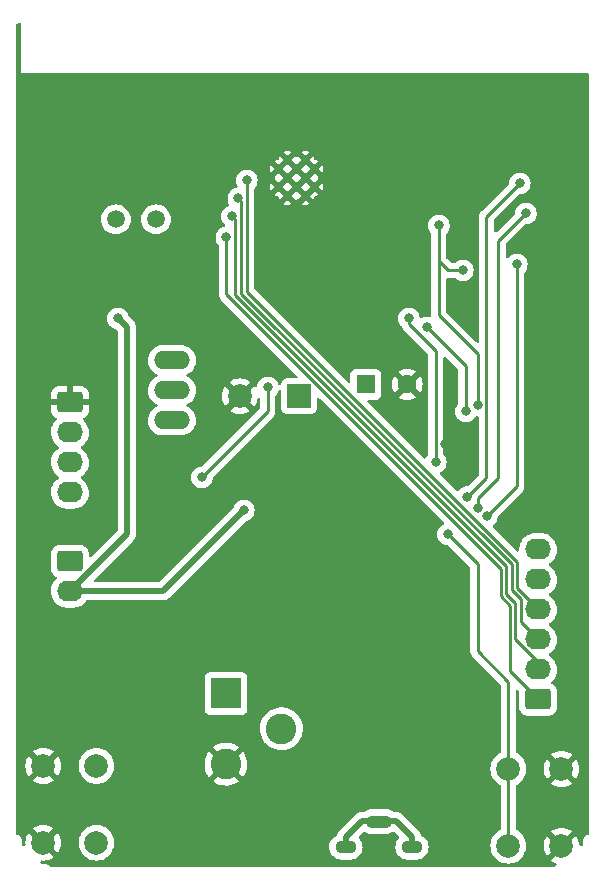
<source format=gbl>
G04 #@! TF.GenerationSoftware,KiCad,Pcbnew,(6.0.10-0)*
G04 #@! TF.CreationDate,2023-03-29T16:12:45-05:00*
G04 #@! TF.ProjectId,v1.0,76312e30-2e6b-4696-9361-645f70636258,rev?*
G04 #@! TF.SameCoordinates,Original*
G04 #@! TF.FileFunction,Copper,L2,Bot*
G04 #@! TF.FilePolarity,Positive*
%FSLAX46Y46*%
G04 Gerber Fmt 4.6, Leading zero omitted, Abs format (unit mm)*
G04 Created by KiCad (PCBNEW (6.0.10-0)) date 2023-03-29 16:12:45*
%MOMM*%
%LPD*%
G01*
G04 APERTURE LIST*
G04 Aperture macros list*
%AMRoundRect*
0 Rectangle with rounded corners*
0 $1 Rounding radius*
0 $2 $3 $4 $5 $6 $7 $8 $9 X,Y pos of 4 corners*
0 Add a 4 corners polygon primitive as box body*
4,1,4,$2,$3,$4,$5,$6,$7,$8,$9,$2,$3,0*
0 Add four circle primitives for the rounded corners*
1,1,$1+$1,$2,$3*
1,1,$1+$1,$4,$5*
1,1,$1+$1,$6,$7*
1,1,$1+$1,$8,$9*
0 Add four rect primitives between the rounded corners*
20,1,$1+$1,$2,$3,$4,$5,0*
20,1,$1+$1,$4,$5,$6,$7,0*
20,1,$1+$1,$6,$7,$8,$9,0*
20,1,$1+$1,$8,$9,$2,$3,0*%
G04 Aperture macros list end*
G04 #@! TA.AperFunction,ComponentPad*
%ADD10RoundRect,0.250000X0.845000X-0.620000X0.845000X0.620000X-0.845000X0.620000X-0.845000X-0.620000X0*%
G04 #@! TD*
G04 #@! TA.AperFunction,ComponentPad*
%ADD11O,2.190000X1.740000*%
G04 #@! TD*
G04 #@! TA.AperFunction,ComponentPad*
%ADD12R,2.000000X2.000000*%
G04 #@! TD*
G04 #@! TA.AperFunction,ComponentPad*
%ADD13C,2.000000*%
G04 #@! TD*
G04 #@! TA.AperFunction,ComponentPad*
%ADD14RoundRect,0.250000X-0.845000X0.620000X-0.845000X-0.620000X0.845000X-0.620000X0.845000X0.620000X0*%
G04 #@! TD*
G04 #@! TA.AperFunction,ComponentPad*
%ADD15R,1.600000X1.600000*%
G04 #@! TD*
G04 #@! TA.AperFunction,ComponentPad*
%ADD16C,1.600000*%
G04 #@! TD*
G04 #@! TA.AperFunction,ComponentPad*
%ADD17C,1.500000*%
G04 #@! TD*
G04 #@! TA.AperFunction,ComponentPad*
%ADD18R,2.600000X2.600000*%
G04 #@! TD*
G04 #@! TA.AperFunction,ComponentPad*
%ADD19C,2.600000*%
G04 #@! TD*
G04 #@! TA.AperFunction,ComponentPad*
%ADD20O,3.048000X1.524000*%
G04 #@! TD*
G04 #@! TA.AperFunction,HeatsinkPad*
%ADD21C,0.475000*%
G04 #@! TD*
G04 #@! TA.AperFunction,ComponentPad*
%ADD22O,1.800000X1.100000*%
G04 #@! TD*
G04 #@! TA.AperFunction,ComponentPad*
%ADD23O,2.200000X1.100000*%
G04 #@! TD*
G04 #@! TA.AperFunction,ViaPad*
%ADD24C,0.800000*%
G04 #@! TD*
G04 #@! TA.AperFunction,Conductor*
%ADD25C,0.762000*%
G04 #@! TD*
G04 #@! TA.AperFunction,Conductor*
%ADD26C,0.254000*%
G04 #@! TD*
G04 #@! TA.AperFunction,Conductor*
%ADD27C,0.508000*%
G04 #@! TD*
G04 APERTURE END LIST*
D10*
X165120000Y-110744000D03*
D11*
X165120000Y-108204000D03*
X165120000Y-105664000D03*
X165120000Y-103124000D03*
X165120000Y-100584000D03*
X165120000Y-98044000D03*
D12*
X144861677Y-85090000D03*
D13*
X139861677Y-85090000D03*
D14*
X125476000Y-85598000D03*
D11*
X125476000Y-88138000D03*
X125476000Y-90678000D03*
X125476000Y-93218000D03*
D13*
X127726000Y-122884000D03*
X127726000Y-116384000D03*
X123226000Y-116384000D03*
X123226000Y-122884000D03*
D15*
X150531396Y-84074000D03*
D16*
X154031396Y-84074000D03*
D17*
X129364000Y-70104000D03*
X132764000Y-70104000D03*
D13*
X162596000Y-116638000D03*
X162596000Y-123138000D03*
X167096000Y-116638000D03*
X167096000Y-123138000D03*
D14*
X125476000Y-99060000D03*
D11*
X125476000Y-101600000D03*
D18*
X138684000Y-110236000D03*
D19*
X138684000Y-116236000D03*
X143384000Y-113236000D03*
D20*
X134112000Y-84582000D03*
X134112000Y-82042000D03*
X134112000Y-87122000D03*
D21*
X143907500Y-68130000D03*
X145432500Y-65080000D03*
X146195000Y-65842500D03*
X143145000Y-65842500D03*
X145432500Y-68130000D03*
X143907500Y-65080000D03*
X143145000Y-67367500D03*
X145432500Y-66605000D03*
X144670000Y-65842500D03*
X143907500Y-66605000D03*
X146195000Y-67367500D03*
X144670000Y-67367500D03*
D22*
X154438000Y-123249000D03*
X148838000Y-123249000D03*
D23*
X151638000Y-121099000D03*
D24*
X124460000Y-60198000D03*
X154940000Y-88646000D03*
X159343000Y-91440000D03*
X165608000Y-80518000D03*
X157226000Y-89154000D03*
X158750000Y-68072000D03*
X131318000Y-68580000D03*
X123698000Y-64516000D03*
X131572000Y-77216000D03*
X127762000Y-77470000D03*
X128270000Y-82042000D03*
X132842000Y-90424000D03*
X144780000Y-98806000D03*
X165100000Y-119380000D03*
X160020000Y-123444000D03*
X145034000Y-122174000D03*
X148082000Y-117856000D03*
X130810000Y-106426000D03*
X145542000Y-107950000D03*
X155448000Y-112776000D03*
X168148000Y-85852000D03*
X164338000Y-86106000D03*
X163322000Y-73914000D03*
X164084000Y-69596000D03*
X163576000Y-67056000D03*
X158750000Y-74422000D03*
X155702000Y-79248000D03*
X156464000Y-90678000D03*
X151638000Y-96266000D03*
X148844000Y-94488000D03*
X145542000Y-93218000D03*
X149606000Y-89916000D03*
X129540000Y-78486000D03*
X154178000Y-78486000D03*
X157480000Y-96774000D03*
X140208000Y-94742000D03*
X136652000Y-91948000D03*
X142240000Y-84328000D03*
X123444000Y-71882000D03*
X127254000Y-64262000D03*
X151130000Y-67056000D03*
X145796000Y-61214000D03*
X145542000Y-73914000D03*
X168402000Y-92964000D03*
X168148000Y-59690000D03*
X164846000Y-60452000D03*
X138938000Y-60706000D03*
X151892000Y-74422000D03*
X151638000Y-60706000D03*
X159125286Y-93604714D03*
X160049786Y-94548959D03*
X160776286Y-95255714D03*
X138719500Y-71628000D03*
X139192000Y-69850000D03*
X139735500Y-68326000D03*
X140462000Y-66802000D03*
X160020000Y-85852000D03*
X156718000Y-70612000D03*
X159004000Y-86360000D03*
D25*
X159512000Y-91440000D02*
X159343000Y-91440000D01*
X157226000Y-89154000D02*
X159512000Y-91440000D01*
D26*
X161736948Y-92009052D02*
X161736948Y-71943052D01*
D27*
X125476000Y-101600000D02*
X133350000Y-101600000D01*
X133350000Y-101600000D02*
X140208000Y-94742000D01*
X129540000Y-78486000D02*
X130302000Y-79248000D01*
X130302000Y-79248000D02*
X130302000Y-96774000D01*
X130302000Y-96774000D02*
X125476000Y-101600000D01*
D26*
X160776286Y-95255714D02*
X163322000Y-92710000D01*
X163322000Y-73914000D02*
X163322000Y-92710000D01*
X161736948Y-71943052D02*
X164084000Y-69596000D01*
X160049786Y-93696214D02*
X161736948Y-92009052D01*
X159125286Y-93604714D02*
X160747000Y-91983000D01*
X160747000Y-69885000D02*
X163576000Y-67056000D01*
X160747000Y-91983000D02*
X160747000Y-69885000D01*
X156718000Y-73660000D02*
X156718000Y-78232000D01*
X156718000Y-78232000D02*
X160020000Y-81534000D01*
X160020000Y-81534000D02*
X160020000Y-85852000D01*
X157480000Y-74422000D02*
X158750000Y-74422000D01*
X156718000Y-73660000D02*
X157480000Y-74422000D01*
X156718000Y-73660000D02*
X156718000Y-70612000D01*
X159004000Y-82550000D02*
X155702000Y-79248000D01*
X159004000Y-86360000D02*
X159004000Y-82550000D01*
X156464000Y-81280000D02*
X156464000Y-90678000D01*
X157480000Y-96774000D02*
X160020000Y-99314000D01*
X160020000Y-99314000D02*
X160020000Y-106680000D01*
X160020000Y-106680000D02*
X162596000Y-109256000D01*
X162596000Y-109256000D02*
X162596000Y-116638000D01*
X165120000Y-110744000D02*
X162737974Y-108361974D01*
X162737974Y-108361974D02*
X162737974Y-102804052D01*
X162737974Y-102804052D02*
X161960000Y-102026078D01*
X161960000Y-102026078D02*
X161960000Y-99683156D01*
X161960000Y-99683156D02*
X138719500Y-76442656D01*
X138719500Y-76442656D02*
X138719500Y-71628000D01*
X139192000Y-69850000D02*
X139446000Y-70104000D01*
X139446000Y-70104000D02*
X139446000Y-76527104D01*
X163191974Y-102616000D02*
X163191974Y-105653788D01*
X139446000Y-76527104D02*
X162414000Y-99495104D01*
X162414000Y-99495104D02*
X162414000Y-101838026D01*
X165120000Y-107581814D02*
X165120000Y-108204000D01*
X162414000Y-101838026D02*
X163191974Y-102616000D01*
X163191974Y-105653788D02*
X165120000Y-107581814D01*
X165120000Y-105664000D02*
X163645974Y-104189974D01*
X162868000Y-101514052D02*
X162868000Y-99307052D01*
X163645974Y-104189974D02*
X163645974Y-102292026D01*
X163645974Y-102292026D02*
X162868000Y-101514052D01*
X139954000Y-76393052D02*
X139954000Y-68544500D01*
X162868000Y-99307052D02*
X139954000Y-76393052D01*
X139954000Y-68544500D02*
X139735500Y-68326000D01*
X140462000Y-66802000D02*
X140462000Y-76259000D01*
X140462000Y-76259000D02*
X163322000Y-99119000D01*
X163322000Y-99119000D02*
X163322000Y-101326000D01*
X163322000Y-101326000D02*
X165120000Y-103124000D01*
X162596000Y-116638000D02*
X162596000Y-123138000D01*
X154178000Y-78740000D02*
X154178000Y-78486000D01*
X154178000Y-78994000D02*
X156464000Y-81280000D01*
X154178000Y-78994000D02*
X154178000Y-78740000D01*
X142240000Y-86360000D02*
X142240000Y-84328000D01*
X136652000Y-91948000D02*
X142240000Y-86360000D01*
D27*
X151638000Y-121040000D02*
X153103000Y-121040000D01*
X153103000Y-121040000D02*
X154438000Y-122375000D01*
X154438000Y-122375000D02*
X154438000Y-123190000D01*
X148838000Y-123190000D02*
X148838000Y-122375000D01*
X148838000Y-122375000D02*
X150173000Y-121040000D01*
X150173000Y-121040000D02*
X151638000Y-121040000D01*
D26*
X160049786Y-94548959D02*
X160049786Y-93696214D01*
G04 #@! TA.AperFunction,Conductor*
G36*
X121293002Y-53488957D02*
G01*
X121339046Y-53542999D01*
X121350000Y-53594384D01*
X121350000Y-57715000D01*
X169292000Y-57715000D01*
X169360121Y-57735002D01*
X169406614Y-57788658D01*
X169418000Y-57841000D01*
X169418000Y-122098064D01*
X169397998Y-122166185D01*
X169344342Y-122212678D01*
X169326627Y-122219212D01*
X169208229Y-122253051D01*
X169200642Y-122257838D01*
X169200640Y-122257839D01*
X169143449Y-122293924D01*
X169085042Y-122330776D01*
X168988622Y-122439951D01*
X168984808Y-122448074D01*
X168984807Y-122448076D01*
X168974749Y-122469500D01*
X168926719Y-122571800D01*
X168909500Y-122682386D01*
X168909500Y-123009822D01*
X168889498Y-123077943D01*
X168835842Y-123124436D01*
X168816748Y-123131356D01*
X168759446Y-123147032D01*
X168688463Y-123145714D01*
X168629460Y-123106229D01*
X168600587Y-123035384D01*
X168590428Y-122906301D01*
X168588885Y-122896554D01*
X168535783Y-122675373D01*
X168532734Y-122665988D01*
X168445687Y-122455837D01*
X168441205Y-122447042D01*
X168338568Y-122279555D01*
X168328110Y-122270093D01*
X168319334Y-122273876D01*
X166234920Y-124358290D01*
X166228160Y-124370670D01*
X166233887Y-124378320D01*
X166405042Y-124483205D01*
X166413837Y-124487687D01*
X166616271Y-124571537D01*
X166671552Y-124616085D01*
X166693973Y-124683448D01*
X166676415Y-124752240D01*
X166640957Y-124788906D01*
X166641218Y-124789208D01*
X166530873Y-124884287D01*
X166515027Y-124908734D01*
X166514186Y-124910032D01*
X166460351Y-124956316D01*
X166408454Y-124967500D01*
X123914211Y-124967500D01*
X123846090Y-124947498D01*
X123807650Y-124908736D01*
X123795224Y-124889042D01*
X123686049Y-124792622D01*
X123677926Y-124788808D01*
X123677924Y-124788807D01*
X123600038Y-124752240D01*
X123554200Y-124730719D01*
X123545335Y-124729339D01*
X123545333Y-124729338D01*
X123476254Y-124718582D01*
X123443614Y-124713500D01*
X123120537Y-124713500D01*
X123052416Y-124693498D01*
X123005923Y-124639842D01*
X123001764Y-124629561D01*
X122975264Y-124554725D01*
X122971380Y-124483838D01*
X123006438Y-124422101D01*
X123069308Y-124389119D01*
X123103922Y-124387056D01*
X123221069Y-124396275D01*
X123230930Y-124396275D01*
X123457699Y-124378428D01*
X123467446Y-124376885D01*
X123688627Y-124323783D01*
X123698012Y-124320734D01*
X123908163Y-124233687D01*
X123916958Y-124229205D01*
X124084445Y-124126568D01*
X124093907Y-124116110D01*
X124090124Y-124107334D01*
X122867922Y-122885132D01*
X123590408Y-122885132D01*
X123590539Y-122886965D01*
X123594790Y-122893580D01*
X124446290Y-123745080D01*
X124458670Y-123751840D01*
X124466320Y-123746113D01*
X124571205Y-123574958D01*
X124575687Y-123566163D01*
X124662734Y-123356012D01*
X124665783Y-123346627D01*
X124718885Y-123125446D01*
X124720428Y-123115699D01*
X124738275Y-122888930D01*
X124738275Y-122884000D01*
X126212835Y-122884000D01*
X126231465Y-123120711D01*
X126232619Y-123125518D01*
X126232620Y-123125524D01*
X126239156Y-123152746D01*
X126286895Y-123351594D01*
X126288788Y-123356165D01*
X126288789Y-123356167D01*
X126375772Y-123566163D01*
X126377760Y-123570963D01*
X126380346Y-123575183D01*
X126499241Y-123769202D01*
X126499245Y-123769208D01*
X126501824Y-123773416D01*
X126656031Y-123953969D01*
X126836584Y-124108176D01*
X126840792Y-124110755D01*
X126840798Y-124110759D01*
X127004665Y-124211177D01*
X127039037Y-124232240D01*
X127043607Y-124234133D01*
X127043611Y-124234135D01*
X127253833Y-124321211D01*
X127258406Y-124323105D01*
X127308840Y-124335213D01*
X127484476Y-124377380D01*
X127484482Y-124377381D01*
X127489289Y-124378535D01*
X127726000Y-124397165D01*
X127962711Y-124378535D01*
X127967518Y-124377381D01*
X127967524Y-124377380D01*
X128143160Y-124335213D01*
X128193594Y-124323105D01*
X128198167Y-124321211D01*
X128408389Y-124234135D01*
X128408393Y-124234133D01*
X128412963Y-124232240D01*
X128447335Y-124211177D01*
X128611202Y-124110759D01*
X128611208Y-124110755D01*
X128615416Y-124108176D01*
X128795969Y-123953969D01*
X128950176Y-123773416D01*
X128952755Y-123769208D01*
X128952759Y-123769202D01*
X129071654Y-123575183D01*
X129074240Y-123570963D01*
X129076229Y-123566163D01*
X129163211Y-123356167D01*
X129163212Y-123356165D01*
X129165105Y-123351594D01*
X129191518Y-123241575D01*
X147424404Y-123241575D01*
X147426313Y-123262554D01*
X147436959Y-123379524D01*
X147443218Y-123448303D01*
X147444956Y-123454209D01*
X147444957Y-123454213D01*
X147477906Y-123566163D01*
X147501827Y-123647440D01*
X147597999Y-123831400D01*
X147728071Y-123993177D01*
X147732788Y-123997135D01*
X147732790Y-123997137D01*
X147763853Y-124023202D01*
X147887089Y-124126609D01*
X147892481Y-124129573D01*
X147892485Y-124129576D01*
X148035082Y-124207969D01*
X148068995Y-124226613D01*
X148266861Y-124289379D01*
X148272978Y-124290065D01*
X148272982Y-124290066D01*
X148349598Y-124298659D01*
X148428413Y-124307500D01*
X149240237Y-124307500D01*
X149243293Y-124307200D01*
X149243300Y-124307200D01*
X149388466Y-124292966D01*
X149388469Y-124292965D01*
X149394592Y-124292365D01*
X149526546Y-124252526D01*
X149587407Y-124234152D01*
X149587410Y-124234151D01*
X149593315Y-124232368D01*
X149600635Y-124228476D01*
X149771153Y-124137809D01*
X149771155Y-124137808D01*
X149776599Y-124134913D01*
X149913571Y-124023202D01*
X149932689Y-124007610D01*
X149932692Y-124007607D01*
X149937464Y-124003715D01*
X149943479Y-123996445D01*
X150065855Y-123848518D01*
X150069783Y-123843770D01*
X150076008Y-123832257D01*
X150165584Y-123666590D01*
X150165586Y-123666585D01*
X150168514Y-123661170D01*
X150229898Y-123462871D01*
X150231429Y-123448303D01*
X150250952Y-123262554D01*
X150250952Y-123262552D01*
X150251596Y-123256425D01*
X150240715Y-123136868D01*
X150233341Y-123055836D01*
X150233340Y-123055833D01*
X150232782Y-123049697D01*
X150230298Y-123041255D01*
X150175912Y-122856469D01*
X150174173Y-122850560D01*
X150078001Y-122666600D01*
X149947929Y-122504823D01*
X149949836Y-122503290D01*
X149921519Y-122450159D01*
X149927300Y-122379398D01*
X149955809Y-122335529D01*
X150311728Y-121979610D01*
X150374040Y-121945584D01*
X150444855Y-121950649D01*
X150477100Y-121969436D01*
X150477284Y-121969167D01*
X150480966Y-121971688D01*
X150481812Y-121972181D01*
X150487089Y-121976609D01*
X150492481Y-121979573D01*
X150492485Y-121979576D01*
X150663598Y-122073646D01*
X150668995Y-122076613D01*
X150866861Y-122139379D01*
X150872978Y-122140065D01*
X150872982Y-122140066D01*
X150949598Y-122148659D01*
X151028413Y-122157500D01*
X152240237Y-122157500D01*
X152243293Y-122157200D01*
X152243300Y-122157200D01*
X152388466Y-122142966D01*
X152388469Y-122142965D01*
X152394592Y-122142365D01*
X152531989Y-122100883D01*
X152587407Y-122084152D01*
X152587410Y-122084151D01*
X152593315Y-122082368D01*
X152600635Y-122078476D01*
X152771153Y-121987809D01*
X152771155Y-121987808D01*
X152776599Y-121984913D01*
X152794661Y-121970182D01*
X152860093Y-121942628D01*
X152930034Y-121954823D01*
X152963392Y-121978730D01*
X153321035Y-122336373D01*
X153355061Y-122398685D01*
X153349996Y-122469500D01*
X153329026Y-122505781D01*
X153206217Y-122654230D01*
X153203288Y-122659647D01*
X153203286Y-122659650D01*
X153110416Y-122831410D01*
X153110414Y-122831415D01*
X153107486Y-122836830D01*
X153046102Y-123035129D01*
X153045458Y-123041254D01*
X153045458Y-123041255D01*
X153034220Y-123148185D01*
X153024404Y-123241575D01*
X153026313Y-123262554D01*
X153036959Y-123379524D01*
X153043218Y-123448303D01*
X153044956Y-123454209D01*
X153044957Y-123454213D01*
X153077906Y-123566163D01*
X153101827Y-123647440D01*
X153197999Y-123831400D01*
X153328071Y-123993177D01*
X153332788Y-123997135D01*
X153332790Y-123997137D01*
X153363853Y-124023202D01*
X153487089Y-124126609D01*
X153492481Y-124129573D01*
X153492485Y-124129576D01*
X153635082Y-124207969D01*
X153668995Y-124226613D01*
X153866861Y-124289379D01*
X153872978Y-124290065D01*
X153872982Y-124290066D01*
X153949598Y-124298659D01*
X154028413Y-124307500D01*
X154840237Y-124307500D01*
X154843293Y-124307200D01*
X154843300Y-124307200D01*
X154988466Y-124292966D01*
X154988469Y-124292965D01*
X154994592Y-124292365D01*
X155126546Y-124252526D01*
X155187407Y-124234152D01*
X155187410Y-124234151D01*
X155193315Y-124232368D01*
X155200635Y-124228476D01*
X155371153Y-124137809D01*
X155371155Y-124137808D01*
X155376599Y-124134913D01*
X155513571Y-124023202D01*
X155532689Y-124007610D01*
X155532692Y-124007607D01*
X155537464Y-124003715D01*
X155543479Y-123996445D01*
X155665855Y-123848518D01*
X155669783Y-123843770D01*
X155676008Y-123832257D01*
X155765584Y-123666590D01*
X155765586Y-123666585D01*
X155768514Y-123661170D01*
X155829898Y-123462871D01*
X155831429Y-123448303D01*
X155850952Y-123262554D01*
X155850952Y-123262552D01*
X155851596Y-123256425D01*
X155840715Y-123136868D01*
X155833341Y-123055836D01*
X155833340Y-123055833D01*
X155832782Y-123049697D01*
X155830298Y-123041255D01*
X155775912Y-122856469D01*
X155774173Y-122850560D01*
X155678001Y-122666600D01*
X155547929Y-122504823D01*
X155535371Y-122494285D01*
X155393629Y-122375350D01*
X155388911Y-122371391D01*
X155383515Y-122368425D01*
X155383507Y-122368419D01*
X155249623Y-122294815D01*
X155199564Y-122244470D01*
X155189395Y-122212374D01*
X155187633Y-122212790D01*
X155185949Y-122205665D01*
X155185101Y-122198393D01*
X155182603Y-122191511D01*
X155182602Y-122191507D01*
X155160055Y-122129393D01*
X155158645Y-122125289D01*
X155136013Y-122055425D01*
X155132213Y-122049162D01*
X155129675Y-122043620D01*
X155126933Y-122038144D01*
X155124434Y-122031259D01*
X155089668Y-121978231D01*
X155084185Y-121969868D01*
X155081870Y-121966200D01*
X155043773Y-121903419D01*
X155040057Y-121899212D01*
X155040054Y-121899208D01*
X155036332Y-121894995D01*
X155036362Y-121894969D01*
X155033764Y-121892041D01*
X155030960Y-121888687D01*
X155026946Y-121882565D01*
X154970395Y-121828994D01*
X154967954Y-121826617D01*
X153689810Y-120548472D01*
X153677423Y-120534059D01*
X153668795Y-120522335D01*
X153664454Y-120516436D01*
X153623945Y-120482021D01*
X153616429Y-120475091D01*
X153610685Y-120469347D01*
X153607811Y-120467073D01*
X153607804Y-120467067D01*
X153588289Y-120451628D01*
X153584885Y-120448837D01*
X153534528Y-120406055D01*
X153534524Y-120406052D01*
X153528949Y-120401316D01*
X153522432Y-120397988D01*
X153517368Y-120394611D01*
X153512144Y-120391384D01*
X153506400Y-120386840D01*
X153443797Y-120357581D01*
X153439918Y-120355768D01*
X153435967Y-120353837D01*
X153377117Y-120323787D01*
X153370596Y-120320457D01*
X153363481Y-120318716D01*
X153357735Y-120316579D01*
X153351952Y-120314655D01*
X153345321Y-120311556D01*
X153273443Y-120296606D01*
X153269171Y-120295639D01*
X153197888Y-120278196D01*
X153192289Y-120277849D01*
X153192285Y-120277848D01*
X153186670Y-120277500D01*
X153186672Y-120277461D01*
X153182771Y-120277228D01*
X153178412Y-120276839D01*
X153171244Y-120275348D01*
X153163927Y-120275546D01*
X153093423Y-120277454D01*
X153090014Y-120277500D01*
X152901640Y-120277500D01*
X152833519Y-120257498D01*
X152820649Y-120248022D01*
X152793629Y-120225350D01*
X152788911Y-120221391D01*
X152783519Y-120218427D01*
X152783515Y-120218424D01*
X152612402Y-120124354D01*
X152607005Y-120121387D01*
X152409139Y-120058621D01*
X152403022Y-120057935D01*
X152403018Y-120057934D01*
X152326402Y-120049341D01*
X152247587Y-120040500D01*
X151035763Y-120040500D01*
X151032707Y-120040800D01*
X151032700Y-120040800D01*
X150887534Y-120055034D01*
X150887531Y-120055035D01*
X150881408Y-120055635D01*
X150749454Y-120095474D01*
X150688593Y-120113848D01*
X150688590Y-120113849D01*
X150682685Y-120115632D01*
X150677240Y-120118527D01*
X150677238Y-120118528D01*
X150504847Y-120210191D01*
X150504845Y-120210192D01*
X150499401Y-120213087D01*
X150484365Y-120225350D01*
X150455192Y-120249143D01*
X150389760Y-120276697D01*
X150375556Y-120277500D01*
X150240376Y-120277500D01*
X150221426Y-120276067D01*
X150207027Y-120273876D01*
X150207021Y-120273876D01*
X150199792Y-120272776D01*
X150192500Y-120273369D01*
X150192497Y-120273369D01*
X150146817Y-120277085D01*
X150136602Y-120277500D01*
X150128475Y-120277500D01*
X150124839Y-120277924D01*
X150124837Y-120277924D01*
X150121385Y-120278327D01*
X150100076Y-120280811D01*
X150095756Y-120281238D01*
X150022574Y-120287191D01*
X150015612Y-120289447D01*
X150009624Y-120290643D01*
X150003667Y-120292051D01*
X149996393Y-120292899D01*
X149989511Y-120295397D01*
X149989507Y-120295398D01*
X149927393Y-120317945D01*
X149923289Y-120319355D01*
X149853425Y-120341987D01*
X149847162Y-120345787D01*
X149841620Y-120348325D01*
X149836144Y-120351067D01*
X149829259Y-120353566D01*
X149823135Y-120357581D01*
X149767868Y-120393815D01*
X149764200Y-120396130D01*
X149701419Y-120434227D01*
X149697212Y-120437943D01*
X149697208Y-120437946D01*
X149692995Y-120441668D01*
X149692969Y-120441638D01*
X149690041Y-120444236D01*
X149686687Y-120447040D01*
X149680565Y-120451054D01*
X149675532Y-120456367D01*
X149626995Y-120507604D01*
X149624617Y-120510046D01*
X148346472Y-121788190D01*
X148332059Y-121800577D01*
X148314436Y-121813546D01*
X148309692Y-121819129D01*
X148309693Y-121819129D01*
X148280021Y-121854055D01*
X148273091Y-121861571D01*
X148267347Y-121867315D01*
X148265073Y-121870189D01*
X148265067Y-121870196D01*
X148249628Y-121889711D01*
X148246837Y-121893115D01*
X148204055Y-121943472D01*
X148204052Y-121943476D01*
X148199316Y-121949051D01*
X148195988Y-121955568D01*
X148192611Y-121960632D01*
X148189384Y-121965856D01*
X148184840Y-121971600D01*
X148181741Y-121978231D01*
X148153768Y-122038082D01*
X148151837Y-122042033D01*
X148118457Y-122107404D01*
X148116716Y-122114519D01*
X148114579Y-122120265D01*
X148112656Y-122126047D01*
X148109556Y-122132679D01*
X148102587Y-122166185D01*
X148094606Y-122204555D01*
X148093635Y-122208846D01*
X148092711Y-122212622D01*
X148057090Y-122274036D01*
X148029476Y-122293924D01*
X147904847Y-122360191D01*
X147904845Y-122360192D01*
X147899401Y-122363087D01*
X147839632Y-122411833D01*
X147743311Y-122490390D01*
X147743308Y-122490393D01*
X147738536Y-122494285D01*
X147734608Y-122499033D01*
X147734607Y-122499034D01*
X147669435Y-122577813D01*
X147606217Y-122654230D01*
X147603288Y-122659647D01*
X147603286Y-122659650D01*
X147510416Y-122831410D01*
X147510414Y-122831415D01*
X147507486Y-122836830D01*
X147446102Y-123035129D01*
X147445458Y-123041254D01*
X147445458Y-123041255D01*
X147434220Y-123148185D01*
X147424404Y-123241575D01*
X129191518Y-123241575D01*
X129212844Y-123152746D01*
X129219380Y-123125524D01*
X129219381Y-123125518D01*
X129220535Y-123120711D01*
X129239165Y-122884000D01*
X129220535Y-122647289D01*
X129205991Y-122586706D01*
X129177852Y-122469500D01*
X129165105Y-122416406D01*
X129148099Y-122375350D01*
X129076135Y-122201611D01*
X129076133Y-122201607D01*
X129074240Y-122197037D01*
X129070851Y-122191507D01*
X128952759Y-121998798D01*
X128952755Y-121998792D01*
X128950176Y-121994584D01*
X128816968Y-121838618D01*
X128799177Y-121817787D01*
X128795969Y-121814031D01*
X128790319Y-121809205D01*
X128727767Y-121755781D01*
X128615416Y-121659824D01*
X128611208Y-121657245D01*
X128611202Y-121657241D01*
X128417183Y-121538346D01*
X128412963Y-121535760D01*
X128408393Y-121533867D01*
X128408389Y-121533865D01*
X128198167Y-121446789D01*
X128198165Y-121446788D01*
X128193594Y-121444895D01*
X128113391Y-121425640D01*
X127967524Y-121390620D01*
X127967518Y-121390619D01*
X127962711Y-121389465D01*
X127726000Y-121370835D01*
X127489289Y-121389465D01*
X127484482Y-121390619D01*
X127484476Y-121390620D01*
X127338609Y-121425640D01*
X127258406Y-121444895D01*
X127253835Y-121446788D01*
X127253833Y-121446789D01*
X127043611Y-121533865D01*
X127043607Y-121533867D01*
X127039037Y-121535760D01*
X127034817Y-121538346D01*
X126840798Y-121657241D01*
X126840792Y-121657245D01*
X126836584Y-121659824D01*
X126724233Y-121755781D01*
X126661682Y-121809205D01*
X126656031Y-121814031D01*
X126652823Y-121817787D01*
X126635032Y-121838618D01*
X126501824Y-121994584D01*
X126499245Y-121998792D01*
X126499241Y-121998798D01*
X126381149Y-122191507D01*
X126377760Y-122197037D01*
X126375867Y-122201607D01*
X126375865Y-122201611D01*
X126303901Y-122375350D01*
X126286895Y-122416406D01*
X126274148Y-122469500D01*
X126246010Y-122586706D01*
X126231465Y-122647289D01*
X126212835Y-122884000D01*
X124738275Y-122884000D01*
X124738275Y-122879070D01*
X124720428Y-122652301D01*
X124718885Y-122642554D01*
X124665783Y-122421373D01*
X124662734Y-122411988D01*
X124575687Y-122201837D01*
X124571205Y-122193042D01*
X124468568Y-122025555D01*
X124458110Y-122016093D01*
X124449334Y-122019876D01*
X123598022Y-122871188D01*
X123590408Y-122885132D01*
X122867922Y-122885132D01*
X122005710Y-122022920D01*
X121993330Y-122016160D01*
X121985680Y-122021887D01*
X121880795Y-122193042D01*
X121876313Y-122201837D01*
X121789266Y-122411988D01*
X121786217Y-122421373D01*
X121733115Y-122642554D01*
X121731572Y-122652301D01*
X121713725Y-122879070D01*
X121713725Y-122888930D01*
X121723814Y-123017120D01*
X121709218Y-123086600D01*
X121659376Y-123137159D01*
X121590111Y-123152746D01*
X121563686Y-123148186D01*
X121503980Y-123131178D01*
X121443946Y-123093279D01*
X121413932Y-123028938D01*
X121412500Y-123009999D01*
X121412500Y-122685487D01*
X121397080Y-122577813D01*
X121390653Y-122563677D01*
X121340508Y-122453390D01*
X121340507Y-122453388D01*
X121336792Y-122445218D01*
X121241713Y-122334873D01*
X121119485Y-122255648D01*
X120993898Y-122218090D01*
X120934365Y-122179409D01*
X120905194Y-122114682D01*
X120904000Y-122097373D01*
X120904000Y-121651890D01*
X122358093Y-121651890D01*
X122361876Y-121660666D01*
X123213188Y-122511978D01*
X123227132Y-122519592D01*
X123228965Y-122519461D01*
X123235580Y-122515210D01*
X124087080Y-121663710D01*
X124093840Y-121651330D01*
X124088113Y-121643680D01*
X123916958Y-121538795D01*
X123908163Y-121534313D01*
X123698012Y-121447266D01*
X123688627Y-121444217D01*
X123467446Y-121391115D01*
X123457699Y-121389572D01*
X123230930Y-121371725D01*
X123221070Y-121371725D01*
X122994301Y-121389572D01*
X122984554Y-121391115D01*
X122763373Y-121444217D01*
X122753988Y-121447266D01*
X122543837Y-121534313D01*
X122535042Y-121538795D01*
X122367555Y-121641432D01*
X122358093Y-121651890D01*
X120904000Y-121651890D01*
X120904000Y-117616670D01*
X122358160Y-117616670D01*
X122363887Y-117624320D01*
X122535042Y-117729205D01*
X122543837Y-117733687D01*
X122753988Y-117820734D01*
X122763373Y-117823783D01*
X122984554Y-117876885D01*
X122994301Y-117878428D01*
X123221070Y-117896275D01*
X123230930Y-117896275D01*
X123457699Y-117878428D01*
X123467446Y-117876885D01*
X123688627Y-117823783D01*
X123698012Y-117820734D01*
X123908163Y-117733687D01*
X123916958Y-117729205D01*
X124084445Y-117626568D01*
X124093907Y-117616110D01*
X124090124Y-117607334D01*
X123238812Y-116756022D01*
X123224868Y-116748408D01*
X123223035Y-116748539D01*
X123216420Y-116752790D01*
X122364920Y-117604290D01*
X122358160Y-117616670D01*
X120904000Y-117616670D01*
X120904000Y-116388930D01*
X121713725Y-116388930D01*
X121731572Y-116615699D01*
X121733115Y-116625446D01*
X121786217Y-116846627D01*
X121789266Y-116856012D01*
X121876313Y-117066163D01*
X121880795Y-117074958D01*
X121983432Y-117242445D01*
X121993890Y-117251907D01*
X122002666Y-117248124D01*
X122853978Y-116396812D01*
X122860356Y-116385132D01*
X123590408Y-116385132D01*
X123590539Y-116386965D01*
X123594790Y-116393580D01*
X124446290Y-117245080D01*
X124458670Y-117251840D01*
X124466320Y-117246113D01*
X124571205Y-117074958D01*
X124575687Y-117066163D01*
X124662734Y-116856012D01*
X124665783Y-116846627D01*
X124718885Y-116625446D01*
X124720428Y-116615699D01*
X124738275Y-116388930D01*
X124738275Y-116384000D01*
X126212835Y-116384000D01*
X126231465Y-116620711D01*
X126232619Y-116625518D01*
X126232620Y-116625524D01*
X126262122Y-116748408D01*
X126286895Y-116851594D01*
X126288788Y-116856165D01*
X126288789Y-116856167D01*
X126375772Y-117066163D01*
X126377760Y-117070963D01*
X126380346Y-117075183D01*
X126499241Y-117269202D01*
X126499245Y-117269208D01*
X126501824Y-117273416D01*
X126656031Y-117453969D01*
X126836584Y-117608176D01*
X126840792Y-117610755D01*
X126840798Y-117610759D01*
X127004665Y-117711177D01*
X127039037Y-117732240D01*
X127043607Y-117734133D01*
X127043611Y-117734135D01*
X127253833Y-117821211D01*
X127258406Y-117823105D01*
X127336060Y-117841748D01*
X127484476Y-117877380D01*
X127484482Y-117877381D01*
X127489289Y-117878535D01*
X127726000Y-117897165D01*
X127962711Y-117878535D01*
X127967518Y-117877381D01*
X127967524Y-117877380D01*
X128115940Y-117841748D01*
X128193594Y-117823105D01*
X128198167Y-117821211D01*
X128408389Y-117734135D01*
X128408393Y-117734133D01*
X128412963Y-117732240D01*
X128447335Y-117711177D01*
X128496733Y-117680906D01*
X137603839Y-117680906D01*
X137612553Y-117692427D01*
X137719452Y-117770809D01*
X137727351Y-117775745D01*
X137956905Y-117896519D01*
X137965454Y-117900236D01*
X138210327Y-117985749D01*
X138219336Y-117988163D01*
X138474166Y-118036544D01*
X138483423Y-118037598D01*
X138742607Y-118047783D01*
X138751921Y-118047457D01*
X139009753Y-118019220D01*
X139018930Y-118017519D01*
X139269758Y-117951481D01*
X139278574Y-117948445D01*
X139516880Y-117846062D01*
X139525167Y-117841748D01*
X139745718Y-117705266D01*
X139753268Y-117699780D01*
X139758559Y-117695301D01*
X139766997Y-117682497D01*
X139760935Y-117672145D01*
X138696812Y-116608022D01*
X138682868Y-116600408D01*
X138681035Y-116600539D01*
X138674420Y-116604790D01*
X137610497Y-117668713D01*
X137603839Y-117680906D01*
X128496733Y-117680906D01*
X128611202Y-117610759D01*
X128611208Y-117610755D01*
X128615416Y-117608176D01*
X128795969Y-117453969D01*
X128950176Y-117273416D01*
X128952755Y-117269208D01*
X128952759Y-117269202D01*
X129071654Y-117075183D01*
X129074240Y-117070963D01*
X129076229Y-117066163D01*
X129163211Y-116856167D01*
X129163212Y-116856165D01*
X129165105Y-116851594D01*
X129189878Y-116748408D01*
X129219380Y-116625524D01*
X129219381Y-116625518D01*
X129220535Y-116620711D01*
X129239165Y-116384000D01*
X129224149Y-116193211D01*
X136871775Y-116193211D01*
X136884220Y-116452288D01*
X136885356Y-116461543D01*
X136935961Y-116715945D01*
X136938449Y-116724917D01*
X137026095Y-116969033D01*
X137029895Y-116977568D01*
X137152658Y-117206042D01*
X137157666Y-117213904D01*
X137227720Y-117307716D01*
X137238979Y-117316165D01*
X137251397Y-117309393D01*
X138311978Y-116248812D01*
X138318356Y-116237132D01*
X139048408Y-116237132D01*
X139048539Y-116238965D01*
X139052790Y-116245580D01*
X140120094Y-117312884D01*
X140132474Y-117319644D01*
X140140815Y-117313400D01*
X140274832Y-117105048D01*
X140279275Y-117096864D01*
X140385807Y-116860370D01*
X140389001Y-116851594D01*
X140459402Y-116601972D01*
X140461262Y-116592830D01*
X140494187Y-116334019D01*
X140494668Y-116327733D01*
X140496987Y-116239160D01*
X140496836Y-116232851D01*
X140477501Y-115972663D01*
X140476125Y-115963457D01*
X140418878Y-115710467D01*
X140416154Y-115701556D01*
X140322143Y-115459806D01*
X140318132Y-115451397D01*
X140189422Y-115226202D01*
X140184211Y-115218476D01*
X140140996Y-115163658D01*
X140129071Y-115155187D01*
X140117537Y-115161673D01*
X139056022Y-116223188D01*
X139048408Y-116237132D01*
X138318356Y-116237132D01*
X138319592Y-116234868D01*
X138319461Y-116233035D01*
X138315210Y-116226420D01*
X137249816Y-115161026D01*
X137236507Y-115153758D01*
X137226472Y-115160878D01*
X137210937Y-115179556D01*
X137205531Y-115187135D01*
X137070965Y-115408891D01*
X137066736Y-115417192D01*
X136966432Y-115656389D01*
X136963471Y-115665239D01*
X136899628Y-115916625D01*
X136898006Y-115925822D01*
X136872020Y-116183885D01*
X136871775Y-116193211D01*
X129224149Y-116193211D01*
X129220535Y-116147289D01*
X129165105Y-115916406D01*
X129146543Y-115871592D01*
X129076135Y-115701611D01*
X129076133Y-115701607D01*
X129074240Y-115697037D01*
X129049331Y-115656389D01*
X128952759Y-115498798D01*
X128952755Y-115498792D01*
X128950176Y-115494584D01*
X128795969Y-115314031D01*
X128615416Y-115159824D01*
X128611208Y-115157245D01*
X128611202Y-115157241D01*
X128417183Y-115038346D01*
X128412963Y-115035760D01*
X128408393Y-115033867D01*
X128408389Y-115033865D01*
X128198167Y-114946789D01*
X128198165Y-114946788D01*
X128193594Y-114944895D01*
X128113391Y-114925640D01*
X127967524Y-114890620D01*
X127967518Y-114890619D01*
X127962711Y-114889465D01*
X127726000Y-114870835D01*
X127489289Y-114889465D01*
X127484482Y-114890619D01*
X127484476Y-114890620D01*
X127338609Y-114925640D01*
X127258406Y-114944895D01*
X127253835Y-114946788D01*
X127253833Y-114946789D01*
X127043611Y-115033865D01*
X127043607Y-115033867D01*
X127039037Y-115035760D01*
X127034817Y-115038346D01*
X126840798Y-115157241D01*
X126840792Y-115157245D01*
X126836584Y-115159824D01*
X126656031Y-115314031D01*
X126501824Y-115494584D01*
X126499245Y-115498792D01*
X126499241Y-115498798D01*
X126402669Y-115656389D01*
X126377760Y-115697037D01*
X126375867Y-115701607D01*
X126375865Y-115701611D01*
X126305457Y-115871592D01*
X126286895Y-115916406D01*
X126231465Y-116147289D01*
X126212835Y-116384000D01*
X124738275Y-116384000D01*
X124738275Y-116379070D01*
X124720428Y-116152301D01*
X124718885Y-116142554D01*
X124665783Y-115921373D01*
X124662734Y-115911988D01*
X124575687Y-115701837D01*
X124571205Y-115693042D01*
X124468568Y-115525555D01*
X124458110Y-115516093D01*
X124449334Y-115519876D01*
X123598022Y-116371188D01*
X123590408Y-116385132D01*
X122860356Y-116385132D01*
X122861592Y-116382868D01*
X122861461Y-116381035D01*
X122857210Y-116374420D01*
X122005710Y-115522920D01*
X121993330Y-115516160D01*
X121985680Y-115521887D01*
X121880795Y-115693042D01*
X121876313Y-115701837D01*
X121789266Y-115911988D01*
X121786217Y-115921373D01*
X121733115Y-116142554D01*
X121731572Y-116152301D01*
X121713725Y-116379070D01*
X121713725Y-116388930D01*
X120904000Y-116388930D01*
X120904000Y-115151890D01*
X122358093Y-115151890D01*
X122361876Y-115160666D01*
X123213188Y-116011978D01*
X123227132Y-116019592D01*
X123228965Y-116019461D01*
X123235580Y-116015210D01*
X124087080Y-115163710D01*
X124093840Y-115151330D01*
X124088113Y-115143680D01*
X123916958Y-115038795D01*
X123908163Y-115034313D01*
X123698012Y-114947266D01*
X123688627Y-114944217D01*
X123467446Y-114891115D01*
X123457699Y-114889572D01*
X123230930Y-114871725D01*
X123221070Y-114871725D01*
X122994301Y-114889572D01*
X122984554Y-114891115D01*
X122763373Y-114944217D01*
X122753988Y-114947266D01*
X122543837Y-115034313D01*
X122535042Y-115038795D01*
X122367555Y-115141432D01*
X122358093Y-115151890D01*
X120904000Y-115151890D01*
X120904000Y-114788689D01*
X137601102Y-114788689D01*
X137605675Y-114798465D01*
X138671188Y-115863978D01*
X138685132Y-115871592D01*
X138686965Y-115871461D01*
X138693580Y-115867210D01*
X139758349Y-114802441D01*
X139764733Y-114790751D01*
X139755321Y-114778641D01*
X139608045Y-114676471D01*
X139600010Y-114671738D01*
X139367376Y-114557016D01*
X139358743Y-114553528D01*
X139111703Y-114474450D01*
X139102643Y-114472274D01*
X138846630Y-114430580D01*
X138837343Y-114429768D01*
X138577992Y-114426373D01*
X138568681Y-114426943D01*
X138311682Y-114461919D01*
X138302546Y-114463860D01*
X138053543Y-114536439D01*
X138044800Y-114539707D01*
X137809252Y-114648296D01*
X137801097Y-114652816D01*
X137610240Y-114777947D01*
X137601102Y-114788689D01*
X120904000Y-114788689D01*
X120904000Y-113188526D01*
X141571050Y-113188526D01*
X141583947Y-113457019D01*
X141636388Y-113720656D01*
X141727220Y-113973646D01*
X141854450Y-114210431D01*
X141857241Y-114214168D01*
X141857245Y-114214175D01*
X141938887Y-114323506D01*
X142015281Y-114425810D01*
X142018590Y-114429090D01*
X142018595Y-114429096D01*
X142147637Y-114557016D01*
X142206180Y-114615050D01*
X142209942Y-114617808D01*
X142209945Y-114617811D01*
X142322299Y-114700192D01*
X142422954Y-114773995D01*
X142427089Y-114776171D01*
X142427093Y-114776173D01*
X142656698Y-114896975D01*
X142660840Y-114899154D01*
X142914613Y-114987775D01*
X142919206Y-114988647D01*
X143174109Y-115037042D01*
X143174112Y-115037042D01*
X143178698Y-115037913D01*
X143306370Y-115042929D01*
X143442625Y-115048283D01*
X143442630Y-115048283D01*
X143447293Y-115048466D01*
X143551607Y-115037042D01*
X143709844Y-115019713D01*
X143709850Y-115019712D01*
X143714497Y-115019203D01*
X143719021Y-115018012D01*
X143969918Y-114951956D01*
X143969920Y-114951955D01*
X143974441Y-114950765D01*
X143982585Y-114947266D01*
X144217120Y-114846502D01*
X144217122Y-114846501D01*
X144221414Y-114844657D01*
X144340071Y-114771230D01*
X144446017Y-114705669D01*
X144446021Y-114705666D01*
X144449990Y-114703210D01*
X144655149Y-114529530D01*
X144832382Y-114327434D01*
X144977797Y-114101361D01*
X145088199Y-113856278D01*
X145125209Y-113725051D01*
X145159893Y-113602072D01*
X145159894Y-113602069D01*
X145161163Y-113597568D01*
X145179043Y-113457019D01*
X145194688Y-113334045D01*
X145194688Y-113334041D01*
X145195086Y-113330915D01*
X145197571Y-113236000D01*
X145177650Y-112967937D01*
X145118327Y-112705763D01*
X145020902Y-112455238D01*
X144887518Y-112221864D01*
X144721105Y-112010769D01*
X144525317Y-111826591D01*
X144334443Y-111694176D01*
X144308299Y-111676039D01*
X144308296Y-111676037D01*
X144304457Y-111673374D01*
X144300264Y-111671306D01*
X144067564Y-111556551D01*
X144067561Y-111556550D01*
X144063376Y-111554486D01*
X144015745Y-111539239D01*
X143930718Y-111512022D01*
X143807370Y-111472538D01*
X143802763Y-111471788D01*
X143802760Y-111471787D01*
X143546674Y-111430081D01*
X143546675Y-111430081D01*
X143542063Y-111429330D01*
X143411719Y-111427624D01*
X143277961Y-111425873D01*
X143277958Y-111425873D01*
X143273284Y-111425812D01*
X143006937Y-111462060D01*
X142748874Y-111537278D01*
X142504763Y-111649815D01*
X142500854Y-111652378D01*
X142283881Y-111794631D01*
X142283876Y-111794635D01*
X142279968Y-111797197D01*
X142179697Y-111886692D01*
X142089557Y-111967146D01*
X142079426Y-111976188D01*
X141907544Y-112182854D01*
X141768096Y-112412656D01*
X141664148Y-112660545D01*
X141597981Y-112921077D01*
X141571050Y-113188526D01*
X120904000Y-113188526D01*
X120904000Y-111584134D01*
X136875500Y-111584134D01*
X136882255Y-111646316D01*
X136933385Y-111782705D01*
X137020739Y-111899261D01*
X137137295Y-111986615D01*
X137273684Y-112037745D01*
X137335866Y-112044500D01*
X140032134Y-112044500D01*
X140094316Y-112037745D01*
X140230705Y-111986615D01*
X140347261Y-111899261D01*
X140434615Y-111782705D01*
X140485745Y-111646316D01*
X140492500Y-111584134D01*
X140492500Y-108887866D01*
X140485745Y-108825684D01*
X140434615Y-108689295D01*
X140347261Y-108572739D01*
X140230705Y-108485385D01*
X140094316Y-108434255D01*
X140032134Y-108427500D01*
X137335866Y-108427500D01*
X137273684Y-108434255D01*
X137137295Y-108485385D01*
X137020739Y-108572739D01*
X136933385Y-108689295D01*
X136882255Y-108825684D01*
X136875500Y-108887866D01*
X136875500Y-111584134D01*
X120904000Y-111584134D01*
X120904000Y-101534829D01*
X123869052Y-101534829D01*
X123877828Y-101768604D01*
X123878923Y-101773822D01*
X123922435Y-101981196D01*
X123925868Y-101997559D01*
X124011797Y-102215146D01*
X124014566Y-102219709D01*
X124103721Y-102366631D01*
X124133159Y-102415144D01*
X124286483Y-102591834D01*
X124467386Y-102740165D01*
X124670695Y-102855896D01*
X124890596Y-102935716D01*
X124895845Y-102936665D01*
X124895848Y-102936666D01*
X124970572Y-102950178D01*
X125120803Y-102977344D01*
X125124942Y-102977539D01*
X125124949Y-102977540D01*
X125143828Y-102978430D01*
X125143835Y-102978430D01*
X125145316Y-102978500D01*
X125759738Y-102978500D01*
X125827641Y-102972738D01*
X125928791Y-102964156D01*
X125928795Y-102964155D01*
X125934102Y-102963705D01*
X125939259Y-102962367D01*
X125939262Y-102962366D01*
X126155371Y-102906275D01*
X126155375Y-102906274D01*
X126160540Y-102904933D01*
X126165406Y-102902741D01*
X126165409Y-102902740D01*
X126368964Y-102811045D01*
X126373837Y-102808850D01*
X126567896Y-102678202D01*
X126737168Y-102516724D01*
X126814127Y-102413287D01*
X126870837Y-102370574D01*
X126915216Y-102362500D01*
X133282624Y-102362500D01*
X133301574Y-102363933D01*
X133315973Y-102366124D01*
X133315979Y-102366124D01*
X133323208Y-102367224D01*
X133330500Y-102366631D01*
X133330503Y-102366631D01*
X133376183Y-102362915D01*
X133386398Y-102362500D01*
X133394525Y-102362500D01*
X133398161Y-102362076D01*
X133398163Y-102362076D01*
X133401615Y-102361673D01*
X133422924Y-102359189D01*
X133427244Y-102358762D01*
X133500426Y-102352809D01*
X133507388Y-102350553D01*
X133513376Y-102349357D01*
X133519333Y-102347949D01*
X133526607Y-102347101D01*
X133533489Y-102344603D01*
X133533493Y-102344602D01*
X133595607Y-102322055D01*
X133599711Y-102320645D01*
X133669575Y-102298013D01*
X133675838Y-102294213D01*
X133681380Y-102291675D01*
X133686856Y-102288933D01*
X133693741Y-102286434D01*
X133755132Y-102246185D01*
X133758800Y-102243870D01*
X133821581Y-102205773D01*
X133825786Y-102202059D01*
X133825789Y-102202057D01*
X133830005Y-102198333D01*
X133830031Y-102198362D01*
X133832962Y-102195762D01*
X133836316Y-102192958D01*
X133842435Y-102188946D01*
X133895989Y-102132413D01*
X133898366Y-102129972D01*
X140371515Y-95656823D01*
X140434412Y-95622672D01*
X140483824Y-95612169D01*
X140483833Y-95612166D01*
X140490288Y-95610794D01*
X140496319Y-95608109D01*
X140658722Y-95535803D01*
X140658724Y-95535802D01*
X140664752Y-95533118D01*
X140819253Y-95420866D01*
X140947040Y-95278944D01*
X141042527Y-95113556D01*
X141101542Y-94931928D01*
X141121504Y-94742000D01*
X141106090Y-94595344D01*
X141102232Y-94558635D01*
X141102232Y-94558633D01*
X141101542Y-94552072D01*
X141042527Y-94370444D01*
X140947040Y-94205056D01*
X140887026Y-94138403D01*
X140823675Y-94068045D01*
X140823674Y-94068044D01*
X140819253Y-94063134D01*
X140664752Y-93950882D01*
X140658724Y-93948198D01*
X140658722Y-93948197D01*
X140496319Y-93875891D01*
X140496318Y-93875891D01*
X140490288Y-93873206D01*
X140396888Y-93853353D01*
X140309944Y-93834872D01*
X140309939Y-93834872D01*
X140303487Y-93833500D01*
X140112513Y-93833500D01*
X140106061Y-93834872D01*
X140106056Y-93834872D01*
X140019112Y-93853353D01*
X139925712Y-93873206D01*
X139919682Y-93875891D01*
X139919681Y-93875891D01*
X139757278Y-93948197D01*
X139757276Y-93948198D01*
X139751248Y-93950882D01*
X139596747Y-94063134D01*
X139592326Y-94068044D01*
X139592325Y-94068045D01*
X139528975Y-94138403D01*
X139468960Y-94205056D01*
X139373473Y-94370444D01*
X139354432Y-94429045D01*
X139321335Y-94530907D01*
X139290597Y-94581065D01*
X133071067Y-100800595D01*
X133008755Y-100834621D01*
X132981972Y-100837500D01*
X127621028Y-100837500D01*
X127552907Y-100817498D01*
X127506414Y-100763842D01*
X127496310Y-100693568D01*
X127525804Y-100628988D01*
X127531933Y-100622405D01*
X130793528Y-97360810D01*
X130807941Y-97348423D01*
X130819665Y-97339795D01*
X130825564Y-97335454D01*
X130859979Y-97294945D01*
X130866909Y-97287429D01*
X130872653Y-97281685D01*
X130874927Y-97278811D01*
X130874933Y-97278804D01*
X130890372Y-97259289D01*
X130893163Y-97255885D01*
X130935945Y-97205528D01*
X130935948Y-97205524D01*
X130940684Y-97199949D01*
X130944012Y-97193432D01*
X130947389Y-97188368D01*
X130950616Y-97183144D01*
X130955160Y-97177400D01*
X130986242Y-97110896D01*
X130988147Y-97106999D01*
X131021543Y-97041596D01*
X131023284Y-97034482D01*
X131025416Y-97028748D01*
X131027344Y-97022952D01*
X131030444Y-97016320D01*
X131045395Y-96944440D01*
X131046365Y-96940156D01*
X131063804Y-96868888D01*
X131064500Y-96857670D01*
X131064537Y-96857672D01*
X131064773Y-96853773D01*
X131065163Y-96849402D01*
X131066652Y-96842243D01*
X131064546Y-96764423D01*
X131064500Y-96761014D01*
X131064500Y-91948000D01*
X135738496Y-91948000D01*
X135739186Y-91954565D01*
X135753351Y-92089334D01*
X135758458Y-92137928D01*
X135817473Y-92319556D01*
X135912960Y-92484944D01*
X135917378Y-92489851D01*
X135917379Y-92489852D01*
X136036325Y-92621955D01*
X136040747Y-92626866D01*
X136113922Y-92680031D01*
X136182865Y-92730121D01*
X136195248Y-92739118D01*
X136201276Y-92741802D01*
X136201278Y-92741803D01*
X136362529Y-92813596D01*
X136369712Y-92816794D01*
X136447136Y-92833251D01*
X136550056Y-92855128D01*
X136550061Y-92855128D01*
X136556513Y-92856500D01*
X136747487Y-92856500D01*
X136753939Y-92855128D01*
X136753944Y-92855128D01*
X136856864Y-92833251D01*
X136934288Y-92816794D01*
X136941471Y-92813596D01*
X137102722Y-92741803D01*
X137102724Y-92741802D01*
X137108752Y-92739118D01*
X137121136Y-92730121D01*
X137190078Y-92680031D01*
X137263253Y-92626866D01*
X137267675Y-92621955D01*
X137386621Y-92489852D01*
X137386622Y-92489851D01*
X137391040Y-92484944D01*
X137486527Y-92319556D01*
X137545542Y-92137928D01*
X137550650Y-92089334D01*
X137562575Y-91975867D01*
X137589588Y-91910210D01*
X137598790Y-91899942D01*
X142633477Y-86865255D01*
X142641803Y-86857678D01*
X142648303Y-86853553D01*
X142695107Y-86803712D01*
X142697862Y-86800870D01*
X142717638Y-86781094D01*
X142720129Y-86777883D01*
X142727838Y-86768856D01*
X142752789Y-86742286D01*
X142758217Y-86736506D01*
X142768022Y-86718671D01*
X142778876Y-86702147D01*
X142786491Y-86692330D01*
X142786492Y-86692329D01*
X142791349Y-86686067D01*
X142808969Y-86645350D01*
X142814192Y-86634689D01*
X142831749Y-86602753D01*
X142831751Y-86602748D01*
X142835569Y-86595803D01*
X142837539Y-86588129D01*
X142837542Y-86588122D01*
X142840632Y-86576087D01*
X142847036Y-86557382D01*
X142851967Y-86545987D01*
X142855117Y-86538708D01*
X142862060Y-86494873D01*
X142864467Y-86483251D01*
X142875500Y-86440282D01*
X142875500Y-86419935D01*
X142877051Y-86400224D01*
X142878995Y-86387950D01*
X142880235Y-86380121D01*
X142876059Y-86335944D01*
X142875500Y-86324086D01*
X142875500Y-85028303D01*
X142895502Y-84960182D01*
X142907864Y-84943993D01*
X142974621Y-84869852D01*
X142974622Y-84869851D01*
X142979040Y-84864944D01*
X143074527Y-84699556D01*
X143107344Y-84598556D01*
X143147418Y-84539950D01*
X143212814Y-84512313D01*
X143282771Y-84524420D01*
X143335077Y-84572426D01*
X143353177Y-84637492D01*
X143353177Y-86138134D01*
X143359932Y-86200316D01*
X143411062Y-86336705D01*
X143498416Y-86453261D01*
X143614972Y-86540615D01*
X143751361Y-86591745D01*
X143813543Y-86598500D01*
X145909811Y-86598500D01*
X145971993Y-86591745D01*
X146108382Y-86540615D01*
X146224938Y-86453261D01*
X146312292Y-86336705D01*
X146363422Y-86200316D01*
X146370177Y-86138134D01*
X146370177Y-85296255D01*
X146390179Y-85228134D01*
X146443835Y-85181641D01*
X146514109Y-85171537D01*
X146578689Y-85201031D01*
X146585272Y-85207160D01*
X157127311Y-95749199D01*
X157161337Y-95811511D01*
X157156272Y-95882326D01*
X157113725Y-95939162D01*
X157089465Y-95953401D01*
X157023248Y-95982882D01*
X156868747Y-96095134D01*
X156740960Y-96237056D01*
X156645473Y-96402444D01*
X156586458Y-96584072D01*
X156585768Y-96590633D01*
X156585768Y-96590635D01*
X156570309Y-96737725D01*
X156566496Y-96774000D01*
X156567186Y-96780565D01*
X156573669Y-96842243D01*
X156586458Y-96963928D01*
X156645473Y-97145556D01*
X156740960Y-97310944D01*
X156745378Y-97315851D01*
X156745379Y-97315852D01*
X156864325Y-97447955D01*
X156868747Y-97452866D01*
X157023248Y-97565118D01*
X157029276Y-97567802D01*
X157029278Y-97567803D01*
X157191681Y-97640109D01*
X157197712Y-97642794D01*
X157291113Y-97662647D01*
X157378056Y-97681128D01*
X157378061Y-97681128D01*
X157384513Y-97682500D01*
X157437578Y-97682500D01*
X157505699Y-97702502D01*
X157526673Y-97719405D01*
X159347595Y-99540327D01*
X159381621Y-99602639D01*
X159384500Y-99629422D01*
X159384500Y-106600980D01*
X159383970Y-106612214D01*
X159382292Y-106619719D01*
X159382541Y-106627638D01*
X159384438Y-106688012D01*
X159384500Y-106691969D01*
X159384500Y-106719983D01*
X159384996Y-106723908D01*
X159384996Y-106723909D01*
X159385008Y-106724004D01*
X159385941Y-106735849D01*
X159387335Y-106780205D01*
X159389547Y-106787817D01*
X159393013Y-106799748D01*
X159397023Y-106819112D01*
X159399573Y-106839299D01*
X159402489Y-106846663D01*
X159402490Y-106846668D01*
X159415907Y-106880556D01*
X159419752Y-106891785D01*
X159432131Y-106934393D01*
X159436169Y-106941220D01*
X159436170Y-106941223D01*
X159442488Y-106951906D01*
X159451188Y-106969664D01*
X159455761Y-106981215D01*
X159455765Y-106981221D01*
X159458681Y-106988588D01*
X159463339Y-106994999D01*
X159463340Y-106995001D01*
X159484764Y-107024488D01*
X159491281Y-107034410D01*
X159509826Y-107065768D01*
X159509829Y-107065772D01*
X159513866Y-107072598D01*
X159528250Y-107086982D01*
X159541091Y-107102016D01*
X159553058Y-107118487D01*
X159559166Y-107123540D01*
X159587255Y-107146777D01*
X159596035Y-107154767D01*
X161923595Y-109482328D01*
X161957621Y-109544640D01*
X161960500Y-109571423D01*
X161960500Y-115187660D01*
X161940498Y-115255781D01*
X161900336Y-115295092D01*
X161706584Y-115413824D01*
X161526031Y-115568031D01*
X161371824Y-115748584D01*
X161369245Y-115752792D01*
X161369241Y-115752798D01*
X161296524Y-115871461D01*
X161247760Y-115951037D01*
X161245867Y-115955607D01*
X161245865Y-115955611D01*
X161164394Y-116152301D01*
X161156895Y-116170406D01*
X161140389Y-116239160D01*
X161103316Y-116393580D01*
X161101465Y-116401289D01*
X161082835Y-116638000D01*
X161101465Y-116874711D01*
X161102619Y-116879518D01*
X161102620Y-116879524D01*
X161126159Y-116977568D01*
X161156895Y-117105594D01*
X161158788Y-117110165D01*
X161158789Y-117110167D01*
X161245772Y-117320163D01*
X161247760Y-117324963D01*
X161250346Y-117329183D01*
X161369241Y-117523202D01*
X161369245Y-117523208D01*
X161371824Y-117527416D01*
X161526031Y-117707969D01*
X161706584Y-117862176D01*
X161900336Y-117980908D01*
X161947966Y-118033555D01*
X161960500Y-118088340D01*
X161960500Y-121687660D01*
X161940498Y-121755781D01*
X161900336Y-121795092D01*
X161706584Y-121913824D01*
X161526031Y-122068031D01*
X161371824Y-122248584D01*
X161369245Y-122252792D01*
X161369241Y-122252798D01*
X161251326Y-122445218D01*
X161247760Y-122451037D01*
X161245867Y-122455607D01*
X161245865Y-122455611D01*
X161164394Y-122652301D01*
X161156895Y-122670406D01*
X161152852Y-122687248D01*
X161103316Y-122893580D01*
X161101465Y-122901289D01*
X161082835Y-123138000D01*
X161101465Y-123374711D01*
X161102619Y-123379518D01*
X161102620Y-123379524D01*
X161122630Y-123462871D01*
X161156895Y-123605594D01*
X161158788Y-123610165D01*
X161158789Y-123610167D01*
X161245772Y-123820163D01*
X161247760Y-123824963D01*
X161250346Y-123829183D01*
X161369241Y-124023202D01*
X161369245Y-124023208D01*
X161371824Y-124027416D01*
X161526031Y-124207969D01*
X161706584Y-124362176D01*
X161710792Y-124364755D01*
X161710798Y-124364759D01*
X161904084Y-124483205D01*
X161909037Y-124486240D01*
X161913607Y-124488133D01*
X161913611Y-124488135D01*
X162123833Y-124575211D01*
X162128406Y-124577105D01*
X162187191Y-124591218D01*
X162354476Y-124631380D01*
X162354482Y-124631381D01*
X162359289Y-124632535D01*
X162596000Y-124651165D01*
X162832711Y-124632535D01*
X162837518Y-124631381D01*
X162837524Y-124631380D01*
X163004809Y-124591218D01*
X163063594Y-124577105D01*
X163068167Y-124575211D01*
X163278389Y-124488135D01*
X163278393Y-124488133D01*
X163282963Y-124486240D01*
X163287916Y-124483205D01*
X163481202Y-124364759D01*
X163481208Y-124364755D01*
X163485416Y-124362176D01*
X163665969Y-124207969D01*
X163820176Y-124027416D01*
X163822755Y-124023208D01*
X163822759Y-124023202D01*
X163941654Y-123829183D01*
X163944240Y-123824963D01*
X163946229Y-123820163D01*
X164033211Y-123610167D01*
X164033212Y-123610165D01*
X164035105Y-123605594D01*
X164069370Y-123462871D01*
X164089380Y-123379524D01*
X164089381Y-123379518D01*
X164090535Y-123374711D01*
X164108777Y-123142930D01*
X165583725Y-123142930D01*
X165601572Y-123369699D01*
X165603115Y-123379446D01*
X165656217Y-123600627D01*
X165659266Y-123610012D01*
X165746313Y-123820163D01*
X165750795Y-123828958D01*
X165853432Y-123996445D01*
X165863890Y-124005907D01*
X165872666Y-124002124D01*
X166723978Y-123150812D01*
X166731592Y-123136868D01*
X166731461Y-123135035D01*
X166727210Y-123128420D01*
X165875710Y-122276920D01*
X165863330Y-122270160D01*
X165855680Y-122275887D01*
X165750795Y-122447042D01*
X165746313Y-122455837D01*
X165659266Y-122665988D01*
X165656217Y-122675373D01*
X165603115Y-122896554D01*
X165601572Y-122906301D01*
X165583725Y-123133070D01*
X165583725Y-123142930D01*
X164108777Y-123142930D01*
X164109165Y-123138000D01*
X164090535Y-122901289D01*
X164088685Y-122893580D01*
X164039148Y-122687248D01*
X164035105Y-122670406D01*
X164027606Y-122652301D01*
X163946135Y-122455611D01*
X163946133Y-122455607D01*
X163944240Y-122451037D01*
X163940674Y-122445218D01*
X163822759Y-122252798D01*
X163822755Y-122252792D01*
X163820176Y-122248584D01*
X163665969Y-122068031D01*
X163485416Y-121913824D01*
X163472469Y-121905890D01*
X166228093Y-121905890D01*
X166231876Y-121914666D01*
X167083188Y-122765978D01*
X167097132Y-122773592D01*
X167098965Y-122773461D01*
X167105580Y-122769210D01*
X167957080Y-121917710D01*
X167963840Y-121905330D01*
X167958113Y-121897680D01*
X167786958Y-121792795D01*
X167778163Y-121788313D01*
X167568012Y-121701266D01*
X167558627Y-121698217D01*
X167337446Y-121645115D01*
X167327699Y-121643572D01*
X167100930Y-121625725D01*
X167091070Y-121625725D01*
X166864301Y-121643572D01*
X166854554Y-121645115D01*
X166633373Y-121698217D01*
X166623988Y-121701266D01*
X166413837Y-121788313D01*
X166405042Y-121792795D01*
X166237555Y-121895432D01*
X166228093Y-121905890D01*
X163472469Y-121905890D01*
X163291664Y-121795092D01*
X163244034Y-121742445D01*
X163231500Y-121687660D01*
X163231500Y-118088340D01*
X163251502Y-118020219D01*
X163291664Y-117980908D01*
X163471555Y-117870670D01*
X166228160Y-117870670D01*
X166233887Y-117878320D01*
X166405042Y-117983205D01*
X166413837Y-117987687D01*
X166623988Y-118074734D01*
X166633373Y-118077783D01*
X166854554Y-118130885D01*
X166864301Y-118132428D01*
X167091070Y-118150275D01*
X167100930Y-118150275D01*
X167327699Y-118132428D01*
X167337446Y-118130885D01*
X167558627Y-118077783D01*
X167568012Y-118074734D01*
X167778163Y-117987687D01*
X167786958Y-117983205D01*
X167954445Y-117880568D01*
X167963907Y-117870110D01*
X167960124Y-117861334D01*
X167108812Y-117010022D01*
X167094868Y-117002408D01*
X167093035Y-117002539D01*
X167086420Y-117006790D01*
X166234920Y-117858290D01*
X166228160Y-117870670D01*
X163471555Y-117870670D01*
X163485416Y-117862176D01*
X163665969Y-117707969D01*
X163820176Y-117527416D01*
X163822755Y-117523208D01*
X163822759Y-117523202D01*
X163941654Y-117329183D01*
X163944240Y-117324963D01*
X163946229Y-117320163D01*
X164033211Y-117110167D01*
X164033212Y-117110165D01*
X164035105Y-117105594D01*
X164065841Y-116977568D01*
X164089380Y-116879524D01*
X164089381Y-116879518D01*
X164090535Y-116874711D01*
X164108777Y-116642930D01*
X165583725Y-116642930D01*
X165601572Y-116869699D01*
X165603115Y-116879446D01*
X165656217Y-117100627D01*
X165659266Y-117110012D01*
X165746313Y-117320163D01*
X165750795Y-117328958D01*
X165853432Y-117496445D01*
X165863890Y-117505907D01*
X165872666Y-117502124D01*
X166723978Y-116650812D01*
X166730356Y-116639132D01*
X167460408Y-116639132D01*
X167460539Y-116640965D01*
X167464790Y-116647580D01*
X168316290Y-117499080D01*
X168328670Y-117505840D01*
X168336320Y-117500113D01*
X168441205Y-117328958D01*
X168445687Y-117320163D01*
X168532734Y-117110012D01*
X168535783Y-117100627D01*
X168588885Y-116879446D01*
X168590428Y-116869699D01*
X168608275Y-116642930D01*
X168608275Y-116633070D01*
X168590428Y-116406301D01*
X168588885Y-116396554D01*
X168535783Y-116175373D01*
X168532734Y-116165988D01*
X168445687Y-115955837D01*
X168441205Y-115947042D01*
X168338568Y-115779555D01*
X168328110Y-115770093D01*
X168319334Y-115773876D01*
X167468022Y-116625188D01*
X167460408Y-116639132D01*
X166730356Y-116639132D01*
X166731592Y-116636868D01*
X166731461Y-116635035D01*
X166727210Y-116628420D01*
X165875710Y-115776920D01*
X165863330Y-115770160D01*
X165855680Y-115775887D01*
X165750795Y-115947042D01*
X165746313Y-115955837D01*
X165659266Y-116165988D01*
X165656217Y-116175373D01*
X165603115Y-116396554D01*
X165601572Y-116406301D01*
X165583725Y-116633070D01*
X165583725Y-116642930D01*
X164108777Y-116642930D01*
X164109165Y-116638000D01*
X164090535Y-116401289D01*
X164088685Y-116393580D01*
X164051611Y-116239160D01*
X164035105Y-116170406D01*
X164027606Y-116152301D01*
X163946135Y-115955611D01*
X163946133Y-115955607D01*
X163944240Y-115951037D01*
X163895476Y-115871461D01*
X163822759Y-115752798D01*
X163822755Y-115752792D01*
X163820176Y-115748584D01*
X163665969Y-115568031D01*
X163485416Y-115413824D01*
X163472469Y-115405890D01*
X166228093Y-115405890D01*
X166231876Y-115414666D01*
X167083188Y-116265978D01*
X167097132Y-116273592D01*
X167098965Y-116273461D01*
X167105580Y-116269210D01*
X167957080Y-115417710D01*
X167963840Y-115405330D01*
X167958113Y-115397680D01*
X167786958Y-115292795D01*
X167778163Y-115288313D01*
X167568012Y-115201266D01*
X167558627Y-115198217D01*
X167337446Y-115145115D01*
X167327699Y-115143572D01*
X167100930Y-115125725D01*
X167091070Y-115125725D01*
X166864301Y-115143572D01*
X166854554Y-115145115D01*
X166633373Y-115198217D01*
X166623988Y-115201266D01*
X166413837Y-115288313D01*
X166405042Y-115292795D01*
X166237555Y-115395432D01*
X166228093Y-115405890D01*
X163472469Y-115405890D01*
X163291664Y-115295092D01*
X163244034Y-115242445D01*
X163231500Y-115187660D01*
X163231500Y-110058422D01*
X163251502Y-109990301D01*
X163305158Y-109943808D01*
X163375432Y-109933704D01*
X163440012Y-109963198D01*
X163446595Y-109969327D01*
X163479595Y-110002327D01*
X163513621Y-110064639D01*
X163516500Y-110091422D01*
X163516500Y-111414400D01*
X163516837Y-111417646D01*
X163516837Y-111417650D01*
X163521581Y-111463368D01*
X163527474Y-111520166D01*
X163529655Y-111526702D01*
X163529655Y-111526704D01*
X163533183Y-111537278D01*
X163583450Y-111687946D01*
X163676522Y-111838348D01*
X163801697Y-111963305D01*
X163807927Y-111967145D01*
X163807928Y-111967146D01*
X163945090Y-112051694D01*
X163952262Y-112056115D01*
X164032005Y-112082564D01*
X164113611Y-112109632D01*
X164113613Y-112109632D01*
X164120139Y-112111797D01*
X164126975Y-112112497D01*
X164126978Y-112112498D01*
X164170031Y-112116909D01*
X164224600Y-112122500D01*
X166015400Y-112122500D01*
X166018646Y-112122163D01*
X166018650Y-112122163D01*
X166114308Y-112112238D01*
X166114312Y-112112237D01*
X166121166Y-112111526D01*
X166127702Y-112109345D01*
X166127704Y-112109345D01*
X166259806Y-112065272D01*
X166288946Y-112055550D01*
X166439348Y-111962478D01*
X166564305Y-111837303D01*
X166572553Y-111823923D01*
X166653275Y-111692968D01*
X166653276Y-111692966D01*
X166657115Y-111686738D01*
X166706038Y-111539239D01*
X166710632Y-111525389D01*
X166710632Y-111525387D01*
X166712797Y-111518861D01*
X166723500Y-111414400D01*
X166723500Y-110073600D01*
X166721925Y-110058422D01*
X166713238Y-109974692D01*
X166713237Y-109974688D01*
X166712526Y-109967834D01*
X166701140Y-109933704D01*
X166658868Y-109807002D01*
X166656550Y-109800054D01*
X166563478Y-109649652D01*
X166438303Y-109524695D01*
X166287738Y-109431885D01*
X166289062Y-109429738D01*
X166244710Y-109390688D01*
X166225248Y-109322411D01*
X166245788Y-109254451D01*
X166264272Y-109232239D01*
X166377306Y-109124410D01*
X166377316Y-109124398D01*
X166381168Y-109120724D01*
X166520813Y-108933035D01*
X166543779Y-108887866D01*
X166624420Y-108729256D01*
X166624420Y-108729255D01*
X166626838Y-108724500D01*
X166696210Y-108501083D01*
X166698291Y-108485385D01*
X166726248Y-108274455D01*
X166726248Y-108274451D01*
X166726948Y-108269171D01*
X166725936Y-108242200D01*
X166718372Y-108040727D01*
X166718172Y-108035396D01*
X166670132Y-107806441D01*
X166584203Y-107588854D01*
X166462841Y-107388856D01*
X166309517Y-107212166D01*
X166128614Y-107063835D01*
X166123984Y-107061199D01*
X166123979Y-107061196D01*
X166091484Y-107042699D01*
X166042178Y-106991616D01*
X166028317Y-106921985D01*
X166054301Y-106855915D01*
X166083450Y-106828677D01*
X166167216Y-106772282D01*
X166211896Y-106742202D01*
X166218549Y-106735856D01*
X166286240Y-106671281D01*
X166381168Y-106580724D01*
X166520813Y-106393035D01*
X166626838Y-106184500D01*
X166696210Y-105961083D01*
X166726948Y-105729171D01*
X166718172Y-105495396D01*
X166670132Y-105266441D01*
X166584203Y-105048854D01*
X166462841Y-104848856D01*
X166309517Y-104672166D01*
X166128614Y-104523835D01*
X166123984Y-104521199D01*
X166123979Y-104521196D01*
X166091484Y-104502699D01*
X166042178Y-104451616D01*
X166028317Y-104381985D01*
X166054301Y-104315915D01*
X166083450Y-104288677D01*
X166123148Y-104261951D01*
X166211896Y-104202202D01*
X166381168Y-104040724D01*
X166520813Y-103853035D01*
X166626838Y-103644500D01*
X166696210Y-103421083D01*
X166726948Y-103189171D01*
X166718172Y-102955396D01*
X166697295Y-102855896D01*
X166671229Y-102731668D01*
X166671228Y-102731665D01*
X166670132Y-102726441D01*
X166584203Y-102508854D01*
X166524571Y-102410583D01*
X166465609Y-102313417D01*
X166465607Y-102313414D01*
X166462841Y-102308856D01*
X166309517Y-102132166D01*
X166128614Y-101983835D01*
X166123984Y-101981199D01*
X166123979Y-101981196D01*
X166091484Y-101962699D01*
X166042178Y-101911616D01*
X166028317Y-101841985D01*
X166054301Y-101775915D01*
X166083450Y-101748677D01*
X166123148Y-101721951D01*
X166211896Y-101662202D01*
X166381168Y-101500724D01*
X166520813Y-101313035D01*
X166525958Y-101302917D01*
X166624420Y-101109256D01*
X166624420Y-101109255D01*
X166626838Y-101104500D01*
X166696210Y-100881083D01*
X166706878Y-100800595D01*
X166726248Y-100654455D01*
X166726248Y-100654451D01*
X166726948Y-100649171D01*
X166718172Y-100415396D01*
X166670132Y-100186441D01*
X166584203Y-99968854D01*
X166462841Y-99768856D01*
X166309517Y-99592166D01*
X166128614Y-99443835D01*
X166123984Y-99441199D01*
X166123979Y-99441196D01*
X166091484Y-99422699D01*
X166042178Y-99371616D01*
X166028317Y-99301985D01*
X166054301Y-99235915D01*
X166083450Y-99208677D01*
X166127113Y-99179281D01*
X166211896Y-99122202D01*
X166225720Y-99109015D01*
X166377311Y-98964403D01*
X166381168Y-98960724D01*
X166520813Y-98773035D01*
X166626838Y-98564500D01*
X166696210Y-98341083D01*
X166696911Y-98335795D01*
X166726248Y-98114455D01*
X166726248Y-98114451D01*
X166726948Y-98109171D01*
X166718172Y-97875396D01*
X166691214Y-97746917D01*
X166671229Y-97651668D01*
X166671228Y-97651665D01*
X166670132Y-97646441D01*
X166584203Y-97428854D01*
X166502945Y-97294945D01*
X166465609Y-97233417D01*
X166465607Y-97233414D01*
X166462841Y-97228856D01*
X166309517Y-97052166D01*
X166128614Y-96903835D01*
X165925305Y-96788104D01*
X165705404Y-96708284D01*
X165700155Y-96707335D01*
X165700152Y-96707334D01*
X165618960Y-96692652D01*
X165475197Y-96666656D01*
X165471058Y-96666461D01*
X165471051Y-96666460D01*
X165452172Y-96665570D01*
X165452165Y-96665570D01*
X165450684Y-96665500D01*
X164836262Y-96665500D01*
X164768359Y-96671262D01*
X164667209Y-96679844D01*
X164667205Y-96679845D01*
X164661898Y-96680295D01*
X164656741Y-96681633D01*
X164656738Y-96681634D01*
X164440629Y-96737725D01*
X164440625Y-96737726D01*
X164435460Y-96739067D01*
X164430594Y-96741259D01*
X164430591Y-96741260D01*
X164320739Y-96790745D01*
X164222163Y-96835150D01*
X164028104Y-96965798D01*
X163858832Y-97127276D01*
X163719187Y-97314965D01*
X163716771Y-97319716D01*
X163716769Y-97319720D01*
X163658756Y-97433823D01*
X163613162Y-97523500D01*
X163543790Y-97746917D01*
X163543089Y-97752204D01*
X163543089Y-97752205D01*
X163514799Y-97965652D01*
X163513052Y-97978829D01*
X163513252Y-97984158D01*
X163513252Y-97984160D01*
X163517875Y-98107316D01*
X163500443Y-98176139D01*
X163448569Y-98224612D01*
X163378723Y-98237344D01*
X163313082Y-98210295D01*
X163302869Y-98201137D01*
X161288428Y-96186696D01*
X161254402Y-96124384D01*
X161259467Y-96053569D01*
X161303461Y-95995667D01*
X161361634Y-95953401D01*
X161382195Y-95938463D01*
X161382197Y-95938461D01*
X161387539Y-95934580D01*
X161391961Y-95929669D01*
X161510907Y-95797566D01*
X161510908Y-95797565D01*
X161515326Y-95792658D01*
X161610813Y-95627270D01*
X161669828Y-95445642D01*
X161686861Y-95283581D01*
X161713874Y-95217924D01*
X161723076Y-95207656D01*
X163715477Y-93215255D01*
X163723803Y-93207678D01*
X163730303Y-93203553D01*
X163777101Y-93153718D01*
X163779855Y-93150877D01*
X163799638Y-93131094D01*
X163802129Y-93127883D01*
X163809838Y-93118856D01*
X163834789Y-93092286D01*
X163840217Y-93086506D01*
X163850022Y-93068671D01*
X163860876Y-93052147D01*
X163868491Y-93042330D01*
X163868492Y-93042329D01*
X163873349Y-93036067D01*
X163890969Y-92995350D01*
X163896192Y-92984689D01*
X163913749Y-92952753D01*
X163913751Y-92952748D01*
X163917569Y-92945803D01*
X163919539Y-92938129D01*
X163919542Y-92938122D01*
X163922632Y-92926087D01*
X163929036Y-92907382D01*
X163933967Y-92895987D01*
X163937117Y-92888708D01*
X163944060Y-92844873D01*
X163946467Y-92833251D01*
X163949756Y-92820441D01*
X163957500Y-92790282D01*
X163957500Y-92769935D01*
X163959051Y-92750224D01*
X163960995Y-92737950D01*
X163962235Y-92730121D01*
X163959633Y-92702595D01*
X163958059Y-92685944D01*
X163957500Y-92674086D01*
X163957500Y-74614303D01*
X163977502Y-74546182D01*
X163989864Y-74529993D01*
X164056621Y-74455852D01*
X164056622Y-74455851D01*
X164061040Y-74450944D01*
X164156527Y-74285556D01*
X164215542Y-74103928D01*
X164235504Y-73914000D01*
X164231946Y-73880148D01*
X164216232Y-73730635D01*
X164216232Y-73730633D01*
X164215542Y-73724072D01*
X164156527Y-73542444D01*
X164061040Y-73377056D01*
X164055911Y-73371359D01*
X163937675Y-73240045D01*
X163937674Y-73240044D01*
X163933253Y-73235134D01*
X163778752Y-73122882D01*
X163772724Y-73120198D01*
X163772722Y-73120197D01*
X163610319Y-73047891D01*
X163610318Y-73047891D01*
X163604288Y-73045206D01*
X163510887Y-73025353D01*
X163423944Y-73006872D01*
X163423939Y-73006872D01*
X163417487Y-73005500D01*
X163226513Y-73005500D01*
X163220061Y-73006872D01*
X163220056Y-73006872D01*
X163133113Y-73025353D01*
X163039712Y-73045206D01*
X163033682Y-73047891D01*
X163033681Y-73047891D01*
X162871278Y-73120197D01*
X162871276Y-73120198D01*
X162865248Y-73122882D01*
X162710747Y-73235134D01*
X162706326Y-73240044D01*
X162706325Y-73240045D01*
X162592084Y-73366923D01*
X162531638Y-73404163D01*
X162460655Y-73402811D01*
X162401670Y-73363298D01*
X162373412Y-73298167D01*
X162372448Y-73282613D01*
X162372448Y-72258474D01*
X162392450Y-72190353D01*
X162409353Y-72169379D01*
X164037328Y-70541405D01*
X164099640Y-70507379D01*
X164126423Y-70504500D01*
X164179487Y-70504500D01*
X164185939Y-70503128D01*
X164185944Y-70503128D01*
X164272888Y-70484647D01*
X164366288Y-70464794D01*
X164462244Y-70422072D01*
X164534722Y-70389803D01*
X164534724Y-70389802D01*
X164540752Y-70387118D01*
X164695253Y-70274866D01*
X164731400Y-70234721D01*
X164818621Y-70137852D01*
X164818622Y-70137851D01*
X164823040Y-70132944D01*
X164918527Y-69967556D01*
X164977542Y-69785928D01*
X164982177Y-69741834D01*
X164996814Y-69602565D01*
X164997504Y-69596000D01*
X164988307Y-69508494D01*
X164978232Y-69412635D01*
X164978232Y-69412633D01*
X164977542Y-69406072D01*
X164918527Y-69224444D01*
X164823040Y-69059056D01*
X164778820Y-69009944D01*
X164699675Y-68922045D01*
X164699674Y-68922044D01*
X164695253Y-68917134D01*
X164540752Y-68804882D01*
X164534724Y-68802198D01*
X164534722Y-68802197D01*
X164372319Y-68729891D01*
X164372318Y-68729891D01*
X164366288Y-68727206D01*
X164272888Y-68707353D01*
X164185944Y-68688872D01*
X164185939Y-68688872D01*
X164179487Y-68687500D01*
X163988513Y-68687500D01*
X163982061Y-68688872D01*
X163982056Y-68688872D01*
X163895112Y-68707353D01*
X163801712Y-68727206D01*
X163795682Y-68729891D01*
X163795681Y-68729891D01*
X163633278Y-68802197D01*
X163633276Y-68802198D01*
X163627248Y-68804882D01*
X163472747Y-68917134D01*
X163468326Y-68922044D01*
X163468325Y-68922045D01*
X163389181Y-69009944D01*
X163344960Y-69059056D01*
X163249473Y-69224444D01*
X163190458Y-69406072D01*
X163189768Y-69412633D01*
X163189768Y-69412635D01*
X163173425Y-69568133D01*
X163146412Y-69633790D01*
X163137210Y-69644058D01*
X161597595Y-71183672D01*
X161535283Y-71217698D01*
X161464467Y-71212633D01*
X161407632Y-71170086D01*
X161382821Y-71103566D01*
X161382500Y-71094577D01*
X161382500Y-70200422D01*
X161402502Y-70132301D01*
X161419405Y-70111327D01*
X163529327Y-68001405D01*
X163591639Y-67967379D01*
X163618422Y-67964500D01*
X163671487Y-67964500D01*
X163677939Y-67963128D01*
X163677944Y-67963128D01*
X163764888Y-67944647D01*
X163858288Y-67924794D01*
X163864319Y-67922109D01*
X164026722Y-67849803D01*
X164026724Y-67849802D01*
X164032752Y-67847118D01*
X164187253Y-67734866D01*
X164204071Y-67716188D01*
X164310621Y-67597852D01*
X164310622Y-67597851D01*
X164315040Y-67592944D01*
X164395296Y-67453937D01*
X164407223Y-67433279D01*
X164407224Y-67433278D01*
X164410527Y-67427556D01*
X164469542Y-67245928D01*
X164489504Y-67056000D01*
X164487734Y-67039159D01*
X164470232Y-66872635D01*
X164470232Y-66872633D01*
X164469542Y-66866072D01*
X164410527Y-66684444D01*
X164387251Y-66644128D01*
X164362947Y-66602033D01*
X164315040Y-66519056D01*
X164235254Y-66430444D01*
X164191675Y-66382045D01*
X164191674Y-66382044D01*
X164187253Y-66377134D01*
X164032752Y-66264882D01*
X164026724Y-66262198D01*
X164026722Y-66262197D01*
X163864319Y-66189891D01*
X163864318Y-66189891D01*
X163858288Y-66187206D01*
X163750275Y-66164247D01*
X163677944Y-66148872D01*
X163677939Y-66148872D01*
X163671487Y-66147500D01*
X163480513Y-66147500D01*
X163474061Y-66148872D01*
X163474056Y-66148872D01*
X163401725Y-66164247D01*
X163293712Y-66187206D01*
X163287682Y-66189891D01*
X163287681Y-66189891D01*
X163125278Y-66262197D01*
X163125276Y-66262198D01*
X163119248Y-66264882D01*
X162964747Y-66377134D01*
X162960326Y-66382044D01*
X162960325Y-66382045D01*
X162916747Y-66430444D01*
X162836960Y-66519056D01*
X162789053Y-66602033D01*
X162764750Y-66644128D01*
X162741473Y-66684444D01*
X162682458Y-66866072D01*
X162681768Y-66872633D01*
X162681768Y-66872635D01*
X162665425Y-67028132D01*
X162638412Y-67093789D01*
X162629210Y-67104057D01*
X160353517Y-69379750D01*
X160345191Y-69387326D01*
X160338697Y-69391447D01*
X160333274Y-69397222D01*
X160291915Y-69441265D01*
X160289160Y-69444107D01*
X160269361Y-69463906D01*
X160266937Y-69467031D01*
X160266929Y-69467040D01*
X160266863Y-69467126D01*
X160259155Y-69476151D01*
X160228783Y-69508494D01*
X160224965Y-69515438D01*
X160224964Y-69515440D01*
X160218978Y-69526329D01*
X160208127Y-69542847D01*
X160195650Y-69558933D01*
X160178024Y-69599666D01*
X160172807Y-69610314D01*
X160151431Y-69649197D01*
X160149460Y-69656872D01*
X160149458Y-69656878D01*
X160146369Y-69668911D01*
X160139966Y-69687613D01*
X160131883Y-69706292D01*
X160130644Y-69714117D01*
X160124940Y-69750127D01*
X160122535Y-69761740D01*
X160111500Y-69804718D01*
X160111500Y-69825065D01*
X160109949Y-69844776D01*
X160106765Y-69864879D01*
X160107511Y-69872771D01*
X160110941Y-69909056D01*
X160111500Y-69920914D01*
X160111500Y-80422577D01*
X160091498Y-80490698D01*
X160037842Y-80537191D01*
X159967568Y-80547295D01*
X159902988Y-80517801D01*
X159896405Y-80511672D01*
X157390405Y-78005672D01*
X157356379Y-77943360D01*
X157353500Y-77916577D01*
X157353500Y-75186942D01*
X157373502Y-75118821D01*
X157427158Y-75072328D01*
X157467643Y-75061501D01*
X157479839Y-75060348D01*
X157504057Y-75058059D01*
X157515914Y-75057500D01*
X158043601Y-75057500D01*
X158111722Y-75077502D01*
X158128908Y-75092109D01*
X158129420Y-75091540D01*
X158134332Y-75095963D01*
X158138747Y-75100866D01*
X158293248Y-75213118D01*
X158299276Y-75215802D01*
X158299278Y-75215803D01*
X158461681Y-75288109D01*
X158467712Y-75290794D01*
X158561112Y-75310647D01*
X158648056Y-75329128D01*
X158648061Y-75329128D01*
X158654513Y-75330500D01*
X158845487Y-75330500D01*
X158851939Y-75329128D01*
X158851944Y-75329128D01*
X158938888Y-75310647D01*
X159032288Y-75290794D01*
X159038319Y-75288109D01*
X159200722Y-75215803D01*
X159200724Y-75215802D01*
X159206752Y-75213118D01*
X159361253Y-75100866D01*
X159386949Y-75072328D01*
X159484621Y-74963852D01*
X159484622Y-74963851D01*
X159489040Y-74958944D01*
X159584527Y-74793556D01*
X159643542Y-74611928D01*
X159663504Y-74422000D01*
X159643542Y-74232072D01*
X159584527Y-74050444D01*
X159489040Y-73885056D01*
X159361253Y-73743134D01*
X159206752Y-73630882D01*
X159200724Y-73628198D01*
X159200722Y-73628197D01*
X159038319Y-73555891D01*
X159038318Y-73555891D01*
X159032288Y-73553206D01*
X158938887Y-73533353D01*
X158851944Y-73514872D01*
X158851939Y-73514872D01*
X158845487Y-73513500D01*
X158654513Y-73513500D01*
X158648061Y-73514872D01*
X158648056Y-73514872D01*
X158561113Y-73533353D01*
X158467712Y-73553206D01*
X158461682Y-73555891D01*
X158461681Y-73555891D01*
X158299278Y-73628197D01*
X158299276Y-73628198D01*
X158293248Y-73630882D01*
X158287907Y-73634762D01*
X158287906Y-73634763D01*
X158236697Y-73671969D01*
X158138747Y-73743134D01*
X158134332Y-73748037D01*
X158129420Y-73752460D01*
X158127779Y-73750638D01*
X158076790Y-73782050D01*
X158043601Y-73786500D01*
X157795423Y-73786500D01*
X157727302Y-73766498D01*
X157706327Y-73749595D01*
X157390404Y-73433671D01*
X157356379Y-73371359D01*
X157353500Y-73344576D01*
X157353500Y-71312303D01*
X157373502Y-71244182D01*
X157385864Y-71227993D01*
X157452621Y-71153852D01*
X157452622Y-71153851D01*
X157457040Y-71148944D01*
X157552527Y-70983556D01*
X157611542Y-70801928D01*
X157620206Y-70719500D01*
X157630814Y-70618565D01*
X157631504Y-70612000D01*
X157620508Y-70507379D01*
X157612232Y-70428635D01*
X157612232Y-70428633D01*
X157611542Y-70422072D01*
X157552527Y-70240444D01*
X157457040Y-70075056D01*
X157431064Y-70046206D01*
X157333675Y-69938045D01*
X157333674Y-69938044D01*
X157329253Y-69933134D01*
X157207639Y-69844776D01*
X157180094Y-69824763D01*
X157180093Y-69824762D01*
X157174752Y-69820882D01*
X157168724Y-69818198D01*
X157168722Y-69818197D01*
X157006319Y-69745891D01*
X157006318Y-69745891D01*
X157000288Y-69743206D01*
X156906888Y-69723353D01*
X156819944Y-69704872D01*
X156819939Y-69704872D01*
X156813487Y-69703500D01*
X156622513Y-69703500D01*
X156616061Y-69704872D01*
X156616056Y-69704872D01*
X156529112Y-69723353D01*
X156435712Y-69743206D01*
X156429682Y-69745891D01*
X156429681Y-69745891D01*
X156267278Y-69818197D01*
X156267276Y-69818198D01*
X156261248Y-69820882D01*
X156255907Y-69824762D01*
X156255906Y-69824763D01*
X156228361Y-69844776D01*
X156106747Y-69933134D01*
X156102326Y-69938044D01*
X156102325Y-69938045D01*
X156004937Y-70046206D01*
X155978960Y-70075056D01*
X155883473Y-70240444D01*
X155824458Y-70422072D01*
X155823768Y-70428633D01*
X155823768Y-70428635D01*
X155815492Y-70507379D01*
X155804496Y-70612000D01*
X155805186Y-70618565D01*
X155815795Y-70719500D01*
X155824458Y-70801928D01*
X155883473Y-70983556D01*
X155978960Y-71148944D01*
X155983378Y-71153851D01*
X155983379Y-71153852D01*
X156050136Y-71227993D01*
X156080854Y-71292000D01*
X156082500Y-71312303D01*
X156082500Y-73580980D01*
X156081970Y-73592214D01*
X156080292Y-73599719D01*
X156080541Y-73607638D01*
X156082438Y-73668012D01*
X156082500Y-73671969D01*
X156082500Y-78152980D01*
X156081970Y-78164214D01*
X156080292Y-78171719D01*
X156080541Y-78179638D01*
X156082438Y-78240012D01*
X156082500Y-78243969D01*
X156082500Y-78244484D01*
X156062498Y-78312605D01*
X156008842Y-78359098D01*
X155938568Y-78369202D01*
X155930303Y-78367731D01*
X155803944Y-78340872D01*
X155803939Y-78340872D01*
X155797487Y-78339500D01*
X155606513Y-78339500D01*
X155600061Y-78340872D01*
X155600056Y-78340872D01*
X155514312Y-78359098D01*
X155419712Y-78379206D01*
X155413682Y-78381891D01*
X155413681Y-78381891D01*
X155369481Y-78401570D01*
X155253884Y-78453037D01*
X155183518Y-78462471D01*
X155119221Y-78432365D01*
X155081407Y-78372276D01*
X155077326Y-78351101D01*
X155072232Y-78302635D01*
X155072232Y-78302633D01*
X155071542Y-78296072D01*
X155012527Y-78114444D01*
X154917040Y-77949056D01*
X154789253Y-77807134D01*
X154634752Y-77694882D01*
X154628724Y-77692198D01*
X154628722Y-77692197D01*
X154466319Y-77619891D01*
X154466318Y-77619891D01*
X154460288Y-77617206D01*
X154366887Y-77597353D01*
X154279944Y-77578872D01*
X154279939Y-77578872D01*
X154273487Y-77577500D01*
X154082513Y-77577500D01*
X154076061Y-77578872D01*
X154076056Y-77578872D01*
X153989113Y-77597353D01*
X153895712Y-77617206D01*
X153889682Y-77619891D01*
X153889681Y-77619891D01*
X153727278Y-77692197D01*
X153727276Y-77692198D01*
X153721248Y-77694882D01*
X153566747Y-77807134D01*
X153438960Y-77949056D01*
X153343473Y-78114444D01*
X153284458Y-78296072D01*
X153283768Y-78302633D01*
X153283768Y-78302635D01*
X153267556Y-78456882D01*
X153264496Y-78486000D01*
X153284458Y-78675928D01*
X153343473Y-78857556D01*
X153438960Y-79022944D01*
X153443378Y-79027851D01*
X153443379Y-79027852D01*
X153543376Y-79138910D01*
X153566893Y-79176839D01*
X153573908Y-79194558D01*
X153577752Y-79205785D01*
X153579442Y-79211602D01*
X153590131Y-79248393D01*
X153594169Y-79255220D01*
X153594170Y-79255223D01*
X153600488Y-79265906D01*
X153609188Y-79283664D01*
X153613761Y-79295215D01*
X153613765Y-79295221D01*
X153616681Y-79302588D01*
X153621339Y-79308999D01*
X153621340Y-79309001D01*
X153642764Y-79338488D01*
X153649281Y-79348410D01*
X153667826Y-79379768D01*
X153667829Y-79379772D01*
X153671866Y-79386598D01*
X153686250Y-79400982D01*
X153699091Y-79416016D01*
X153711058Y-79432487D01*
X153717166Y-79437540D01*
X153745255Y-79460777D01*
X153754035Y-79468767D01*
X155791595Y-81506327D01*
X155825621Y-81568639D01*
X155828500Y-81595422D01*
X155828500Y-89977697D01*
X155808498Y-90045818D01*
X155796136Y-90062006D01*
X155724960Y-90141056D01*
X155721661Y-90146769D01*
X155721658Y-90146774D01*
X155630575Y-90304534D01*
X155579192Y-90353528D01*
X155509478Y-90366963D01*
X155443568Y-90340576D01*
X155432361Y-90330629D01*
X150699328Y-85597595D01*
X150665302Y-85535283D01*
X150670367Y-85464468D01*
X150712914Y-85407632D01*
X150779434Y-85382821D01*
X150788423Y-85382500D01*
X151379530Y-85382500D01*
X151441712Y-85375745D01*
X151578101Y-85324615D01*
X151694657Y-85237261D01*
X151752515Y-85160062D01*
X153309889Y-85160062D01*
X153319185Y-85172077D01*
X153370390Y-85207931D01*
X153379885Y-85213414D01*
X153577343Y-85305490D01*
X153587635Y-85309236D01*
X153798084Y-85365625D01*
X153808877Y-85367528D01*
X154025921Y-85386517D01*
X154036871Y-85386517D01*
X154253915Y-85367528D01*
X154264708Y-85365625D01*
X154475157Y-85309236D01*
X154485449Y-85305490D01*
X154682907Y-85213414D01*
X154692402Y-85207931D01*
X154744444Y-85171491D01*
X154752820Y-85161012D01*
X154745752Y-85147566D01*
X154044208Y-84446022D01*
X154030264Y-84438408D01*
X154028431Y-84438539D01*
X154021816Y-84442790D01*
X153316319Y-85148287D01*
X153309889Y-85160062D01*
X151752515Y-85160062D01*
X151782011Y-85120705D01*
X151833141Y-84984316D01*
X151839896Y-84922134D01*
X151839896Y-84079475D01*
X152718879Y-84079475D01*
X152737868Y-84296519D01*
X152739771Y-84307312D01*
X152796160Y-84517761D01*
X152799906Y-84528053D01*
X152891982Y-84725511D01*
X152897465Y-84735006D01*
X152933905Y-84787048D01*
X152944384Y-84795424D01*
X152957830Y-84788356D01*
X153659374Y-84086812D01*
X153665752Y-84075132D01*
X154395804Y-84075132D01*
X154395935Y-84076965D01*
X154400186Y-84083580D01*
X155105683Y-84789077D01*
X155117458Y-84795507D01*
X155129473Y-84786211D01*
X155165327Y-84735006D01*
X155170810Y-84725511D01*
X155262886Y-84528053D01*
X155266632Y-84517761D01*
X155323021Y-84307312D01*
X155324924Y-84296519D01*
X155343913Y-84079475D01*
X155343913Y-84068525D01*
X155324924Y-83851481D01*
X155323021Y-83840688D01*
X155266632Y-83630239D01*
X155262886Y-83619947D01*
X155170810Y-83422489D01*
X155165327Y-83412994D01*
X155128887Y-83360952D01*
X155118408Y-83352576D01*
X155104962Y-83359644D01*
X154403418Y-84061188D01*
X154395804Y-84075132D01*
X153665752Y-84075132D01*
X153666988Y-84072868D01*
X153666857Y-84071035D01*
X153662606Y-84064420D01*
X152957109Y-83358923D01*
X152945334Y-83352493D01*
X152933319Y-83361789D01*
X152897465Y-83412994D01*
X152891982Y-83422489D01*
X152799906Y-83619947D01*
X152796160Y-83630239D01*
X152739771Y-83840688D01*
X152737868Y-83851481D01*
X152718879Y-84068525D01*
X152718879Y-84079475D01*
X151839896Y-84079475D01*
X151839896Y-83225866D01*
X151833141Y-83163684D01*
X151782011Y-83027295D01*
X151751803Y-82986988D01*
X153309972Y-82986988D01*
X153317040Y-83000434D01*
X154018584Y-83701978D01*
X154032528Y-83709592D01*
X154034361Y-83709461D01*
X154040976Y-83705210D01*
X154746473Y-82999713D01*
X154752903Y-82987938D01*
X154743607Y-82975923D01*
X154692402Y-82940069D01*
X154682907Y-82934586D01*
X154485449Y-82842510D01*
X154475157Y-82838764D01*
X154264708Y-82782375D01*
X154253915Y-82780472D01*
X154036871Y-82761483D01*
X154025921Y-82761483D01*
X153808877Y-82780472D01*
X153798084Y-82782375D01*
X153587635Y-82838764D01*
X153577343Y-82842510D01*
X153379885Y-82934586D01*
X153370390Y-82940069D01*
X153318348Y-82976509D01*
X153309972Y-82986988D01*
X151751803Y-82986988D01*
X151694657Y-82910739D01*
X151578101Y-82823385D01*
X151441712Y-82772255D01*
X151379530Y-82765500D01*
X149683262Y-82765500D01*
X149621080Y-82772255D01*
X149484691Y-82823385D01*
X149368135Y-82910739D01*
X149280781Y-83027295D01*
X149229651Y-83163684D01*
X149222896Y-83225866D01*
X149222896Y-83816973D01*
X149202894Y-83885094D01*
X149149238Y-83931587D01*
X149078964Y-83941691D01*
X149014384Y-83912197D01*
X149007801Y-83906068D01*
X141134405Y-76032672D01*
X141100379Y-75970360D01*
X141097500Y-75943577D01*
X141097500Y-68800420D01*
X143578575Y-68800420D01*
X143581358Y-68804138D01*
X143719400Y-68855475D01*
X143732991Y-68858864D01*
X143884808Y-68879121D01*
X143898804Y-68879414D01*
X144051331Y-68865533D01*
X144065055Y-68862716D01*
X144210719Y-68815387D01*
X144223469Y-68809603D01*
X144225299Y-68808512D01*
X144232802Y-68800420D01*
X145103575Y-68800420D01*
X145106358Y-68804138D01*
X145244400Y-68855475D01*
X145257991Y-68858864D01*
X145409808Y-68879121D01*
X145423804Y-68879414D01*
X145576331Y-68865533D01*
X145590055Y-68862716D01*
X145735719Y-68815387D01*
X145748469Y-68809603D01*
X145750299Y-68808512D01*
X145759887Y-68798171D01*
X145756381Y-68789757D01*
X145445312Y-68478688D01*
X145431368Y-68471074D01*
X145429533Y-68471205D01*
X145422923Y-68475453D01*
X145110334Y-68788041D01*
X145103575Y-68800420D01*
X144232802Y-68800420D01*
X144234887Y-68798171D01*
X144231381Y-68789757D01*
X143920312Y-68478688D01*
X143906368Y-68471074D01*
X143904533Y-68471205D01*
X143897923Y-68475453D01*
X143585334Y-68788041D01*
X143578575Y-68800420D01*
X141097500Y-68800420D01*
X141097500Y-68037920D01*
X142816075Y-68037920D01*
X142818858Y-68041638D01*
X142956900Y-68092975D01*
X142970491Y-68096364D01*
X143058542Y-68108112D01*
X143123419Y-68136947D01*
X143162407Y-68196280D01*
X143167277Y-68220709D01*
X143172990Y-68278971D01*
X143175901Y-68292664D01*
X143224246Y-68437993D01*
X143229213Y-68448743D01*
X143238988Y-68457680D01*
X143247607Y-68454018D01*
X143558816Y-68142808D01*
X143565193Y-68131129D01*
X144248574Y-68131129D01*
X144248705Y-68132967D01*
X144252955Y-68139579D01*
X144565122Y-68451747D01*
X144577501Y-68458506D01*
X144597006Y-68443905D01*
X144663527Y-68419094D01*
X144732901Y-68434186D01*
X144757533Y-68451779D01*
X144763988Y-68457680D01*
X144772607Y-68454018D01*
X145083816Y-68142808D01*
X145090193Y-68131129D01*
X145773574Y-68131129D01*
X145773705Y-68132967D01*
X145777955Y-68139579D01*
X146090122Y-68451747D01*
X146102501Y-68458506D01*
X146106317Y-68455649D01*
X146156646Y-68323157D01*
X146160128Y-68309596D01*
X146173321Y-68215724D01*
X146202609Y-68151050D01*
X146262213Y-68112477D01*
X146286676Y-68107778D01*
X146338840Y-68103031D01*
X146352555Y-68100216D01*
X146498219Y-68052887D01*
X146510969Y-68047103D01*
X146512799Y-68046012D01*
X146522387Y-68035671D01*
X146518881Y-68027257D01*
X146207812Y-67716188D01*
X146193868Y-67708574D01*
X146192033Y-67708705D01*
X146185423Y-67712953D01*
X145807505Y-68090870D01*
X145807503Y-68090872D01*
X145781185Y-68117191D01*
X145773574Y-68131129D01*
X145090193Y-68131129D01*
X145091427Y-68128870D01*
X145091295Y-68127034D01*
X145087046Y-68120422D01*
X144709130Y-67742505D01*
X144709128Y-67742503D01*
X144682809Y-67716185D01*
X144668871Y-67708574D01*
X144667033Y-67708705D01*
X144660421Y-67712955D01*
X144282505Y-68090870D01*
X144282503Y-68090872D01*
X144256185Y-68117191D01*
X144248574Y-68131129D01*
X143565193Y-68131129D01*
X143566427Y-68128870D01*
X143566295Y-68127034D01*
X143562046Y-68120422D01*
X143184130Y-67742505D01*
X143184128Y-67742503D01*
X143157809Y-67716185D01*
X143143871Y-67708574D01*
X143142033Y-67708705D01*
X143135421Y-67712955D01*
X142822834Y-68025541D01*
X142816075Y-68037920D01*
X141097500Y-68037920D01*
X141097500Y-67502303D01*
X141117502Y-67434182D01*
X141129864Y-67417993D01*
X141178446Y-67364037D01*
X142395544Y-67364037D01*
X142410490Y-67516470D01*
X142413401Y-67530164D01*
X142461746Y-67675493D01*
X142466713Y-67686243D01*
X142476488Y-67695180D01*
X142485107Y-67691518D01*
X142796316Y-67380308D01*
X142802693Y-67368629D01*
X143486074Y-67368629D01*
X143486205Y-67370468D01*
X143490453Y-67377077D01*
X143520005Y-67406630D01*
X143520004Y-67406630D01*
X143520005Y-67406631D01*
X143894690Y-67781315D01*
X143908630Y-67788927D01*
X143910466Y-67788795D01*
X143917078Y-67784546D01*
X144294995Y-67406630D01*
X144294997Y-67406628D01*
X144321315Y-67380309D01*
X144327693Y-67368629D01*
X145011074Y-67368629D01*
X145011205Y-67370468D01*
X145015453Y-67377077D01*
X145045005Y-67406630D01*
X145045004Y-67406630D01*
X145045005Y-67406631D01*
X145419690Y-67781315D01*
X145433630Y-67788927D01*
X145435466Y-67788795D01*
X145442078Y-67784546D01*
X145819995Y-67406630D01*
X145819997Y-67406628D01*
X145846315Y-67380309D01*
X145852692Y-67368630D01*
X146536073Y-67368630D01*
X146536205Y-67370466D01*
X146540454Y-67377078D01*
X146852622Y-67689247D01*
X146865001Y-67696006D01*
X146868817Y-67693149D01*
X146919146Y-67560657D01*
X146922628Y-67547096D01*
X146944374Y-67392369D01*
X146944980Y-67384487D01*
X146945162Y-67371447D01*
X146944777Y-67363577D01*
X146927359Y-67208290D01*
X146924257Y-67194637D01*
X146873889Y-67050000D01*
X146871976Y-67046009D01*
X146864271Y-67039159D01*
X146855220Y-67043155D01*
X146543684Y-67354692D01*
X146536073Y-67368630D01*
X145852692Y-67368630D01*
X145853926Y-67366371D01*
X145853795Y-67364533D01*
X145849545Y-67357921D01*
X145471630Y-66980005D01*
X145471628Y-66980003D01*
X145445309Y-66953685D01*
X145431371Y-66946074D01*
X145429533Y-66946205D01*
X145422921Y-66950455D01*
X145045005Y-67328370D01*
X145045003Y-67328372D01*
X145018685Y-67354691D01*
X145011074Y-67368629D01*
X144327693Y-67368629D01*
X144328926Y-67366371D01*
X144328795Y-67364533D01*
X144324545Y-67357921D01*
X143946630Y-66980005D01*
X143946628Y-66980003D01*
X143920309Y-66953685D01*
X143906371Y-66946074D01*
X143904533Y-66946205D01*
X143897921Y-66950455D01*
X143520005Y-67328370D01*
X143520003Y-67328372D01*
X143493685Y-67354691D01*
X143486074Y-67368629D01*
X142802693Y-67368629D01*
X142803927Y-67366370D01*
X142803795Y-67364534D01*
X142799546Y-67357922D01*
X142486825Y-67045201D01*
X142474445Y-67038441D01*
X142470231Y-67041596D01*
X142418227Y-67184473D01*
X142414935Y-67198081D01*
X142395740Y-67350031D01*
X142395544Y-67364037D01*
X141178446Y-67364037D01*
X141196621Y-67343852D01*
X141196622Y-67343851D01*
X141201040Y-67338944D01*
X141276473Y-67208290D01*
X141293223Y-67179279D01*
X141293224Y-67179278D01*
X141296527Y-67173556D01*
X141355542Y-66991928D01*
X141356796Y-66980003D01*
X141374814Y-66808565D01*
X141375504Y-66802000D01*
X141361410Y-66667899D01*
X141356232Y-66618635D01*
X141356232Y-66618633D01*
X141355542Y-66612072D01*
X141323325Y-66512920D01*
X142816075Y-66512920D01*
X142830362Y-66532005D01*
X142855173Y-66598525D01*
X142840082Y-66667899D01*
X142823075Y-66691886D01*
X142817003Y-66698621D01*
X142820827Y-66707451D01*
X143132188Y-67018812D01*
X143146132Y-67026426D01*
X143147967Y-67026295D01*
X143154577Y-67022047D01*
X143532495Y-66644130D01*
X143532497Y-66644128D01*
X143558815Y-66617809D01*
X143565193Y-66606129D01*
X144248574Y-66606129D01*
X144248705Y-66607968D01*
X144252953Y-66614577D01*
X144282505Y-66644130D01*
X144282504Y-66644130D01*
X144282505Y-66644131D01*
X144657190Y-67018815D01*
X144671130Y-67026427D01*
X144672966Y-67026295D01*
X144679578Y-67022046D01*
X145057495Y-66644130D01*
X145057497Y-66644128D01*
X145083815Y-66617809D01*
X145090193Y-66606129D01*
X145773574Y-66606129D01*
X145773705Y-66607968D01*
X145777953Y-66614577D01*
X145807505Y-66644130D01*
X145807504Y-66644130D01*
X145807505Y-66644131D01*
X146182190Y-67018815D01*
X146196130Y-67026427D01*
X146197966Y-67026295D01*
X146204578Y-67022046D01*
X146516900Y-66709725D01*
X146523659Y-66697347D01*
X146508745Y-66677425D01*
X146483934Y-66610905D01*
X146499025Y-66541530D01*
X146517218Y-66516246D01*
X146522387Y-66510671D01*
X146518881Y-66502257D01*
X146207812Y-66191188D01*
X146193868Y-66183574D01*
X146192033Y-66183705D01*
X146185423Y-66187953D01*
X145807505Y-66565870D01*
X145807503Y-66565872D01*
X145781185Y-66592191D01*
X145773574Y-66606129D01*
X145090193Y-66606129D01*
X145091426Y-66603871D01*
X145091295Y-66602033D01*
X145087045Y-66595421D01*
X144709130Y-66217505D01*
X144709128Y-66217503D01*
X144682809Y-66191185D01*
X144668871Y-66183574D01*
X144667033Y-66183705D01*
X144660421Y-66187955D01*
X144282505Y-66565870D01*
X144282503Y-66565872D01*
X144256185Y-66592191D01*
X144248574Y-66606129D01*
X143565193Y-66606129D01*
X143566426Y-66603871D01*
X143566295Y-66602033D01*
X143562045Y-66595421D01*
X143184130Y-66217505D01*
X143184128Y-66217503D01*
X143157809Y-66191185D01*
X143143871Y-66183574D01*
X143142033Y-66183705D01*
X143135421Y-66187955D01*
X142822834Y-66500541D01*
X142816075Y-66512920D01*
X141323325Y-66512920D01*
X141296527Y-66430444D01*
X141201040Y-66265056D01*
X141127674Y-66183574D01*
X141077675Y-66128045D01*
X141077674Y-66128044D01*
X141073253Y-66123134D01*
X140918752Y-66010882D01*
X140912724Y-66008198D01*
X140912722Y-66008197D01*
X140750319Y-65935891D01*
X140750318Y-65935891D01*
X140744288Y-65933206D01*
X140650888Y-65913353D01*
X140563944Y-65894872D01*
X140563939Y-65894872D01*
X140557487Y-65893500D01*
X140366513Y-65893500D01*
X140360061Y-65894872D01*
X140360056Y-65894872D01*
X140273112Y-65913353D01*
X140179712Y-65933206D01*
X140173682Y-65935891D01*
X140173681Y-65935891D01*
X140011278Y-66008197D01*
X140011276Y-66008198D01*
X140005248Y-66010882D01*
X139850747Y-66123134D01*
X139846326Y-66128044D01*
X139846325Y-66128045D01*
X139796327Y-66183574D01*
X139722960Y-66265056D01*
X139627473Y-66430444D01*
X139568458Y-66612072D01*
X139567768Y-66618633D01*
X139567768Y-66618635D01*
X139562590Y-66667899D01*
X139548496Y-66802000D01*
X139549186Y-66808565D01*
X139567205Y-66980003D01*
X139568458Y-66991928D01*
X139627473Y-67173556D01*
X139630776Y-67179278D01*
X139630777Y-67179279D01*
X139667578Y-67243020D01*
X139684316Y-67312015D01*
X139661096Y-67379107D01*
X139605288Y-67422994D01*
X139584661Y-67429266D01*
X139453212Y-67457206D01*
X139447182Y-67459891D01*
X139447181Y-67459891D01*
X139284778Y-67532197D01*
X139284776Y-67532198D01*
X139278748Y-67534882D01*
X139124247Y-67647134D01*
X139119826Y-67652044D01*
X139119825Y-67652045D01*
X139041757Y-67738749D01*
X138996460Y-67789056D01*
X138900973Y-67954444D01*
X138841958Y-68136072D01*
X138821996Y-68326000D01*
X138841958Y-68515928D01*
X138900973Y-68697556D01*
X138963070Y-68805111D01*
X138979807Y-68874103D01*
X138956587Y-68941195D01*
X138905199Y-68983215D01*
X138741278Y-69056197D01*
X138741276Y-69056198D01*
X138735248Y-69058882D01*
X138580747Y-69171134D01*
X138576326Y-69176044D01*
X138576325Y-69176045D01*
X138532747Y-69224444D01*
X138452960Y-69313056D01*
X138449659Y-69318774D01*
X138365867Y-69463906D01*
X138357473Y-69478444D01*
X138298458Y-69660072D01*
X138297768Y-69666633D01*
X138297768Y-69666635D01*
X138289720Y-69743206D01*
X138278496Y-69850000D01*
X138279186Y-69856565D01*
X138286826Y-69929251D01*
X138298458Y-70039928D01*
X138357473Y-70221556D01*
X138452960Y-70386944D01*
X138457378Y-70391851D01*
X138457379Y-70391852D01*
X138484589Y-70422072D01*
X138577784Y-70525575D01*
X138577785Y-70525577D01*
X138580747Y-70528866D01*
X138580145Y-70529408D01*
X138614599Y-70585335D01*
X138613245Y-70656319D01*
X138573730Y-70715302D01*
X138519245Y-70741768D01*
X138443678Y-70757831D01*
X138443673Y-70757833D01*
X138437212Y-70759206D01*
X138431182Y-70761891D01*
X138431181Y-70761891D01*
X138268778Y-70834197D01*
X138268776Y-70834198D01*
X138262748Y-70836882D01*
X138108247Y-70949134D01*
X137980460Y-71091056D01*
X137884973Y-71256444D01*
X137825958Y-71438072D01*
X137805996Y-71628000D01*
X137825958Y-71817928D01*
X137884973Y-71999556D01*
X137980460Y-72164944D01*
X137984878Y-72169851D01*
X137984879Y-72169852D01*
X138051636Y-72243993D01*
X138082354Y-72308000D01*
X138084000Y-72328303D01*
X138084000Y-76363636D01*
X138083470Y-76374870D01*
X138081792Y-76382375D01*
X138082041Y-76390294D01*
X138083938Y-76450668D01*
X138084000Y-76454625D01*
X138084000Y-76482639D01*
X138084496Y-76486564D01*
X138084496Y-76486565D01*
X138084508Y-76486660D01*
X138085441Y-76498505D01*
X138086835Y-76542861D01*
X138089047Y-76550473D01*
X138092513Y-76562404D01*
X138096523Y-76581768D01*
X138099073Y-76601955D01*
X138101989Y-76609319D01*
X138101990Y-76609324D01*
X138115407Y-76643212D01*
X138119252Y-76654441D01*
X138131631Y-76697049D01*
X138135669Y-76703876D01*
X138135670Y-76703879D01*
X138141988Y-76714562D01*
X138150688Y-76732320D01*
X138155261Y-76743871D01*
X138155265Y-76743877D01*
X138158181Y-76751244D01*
X138162839Y-76757655D01*
X138162840Y-76757657D01*
X138184264Y-76787144D01*
X138190781Y-76797066D01*
X138209326Y-76828424D01*
X138209329Y-76828428D01*
X138213366Y-76835254D01*
X138227750Y-76849638D01*
X138240591Y-76864672D01*
X138252558Y-76881143D01*
X138258666Y-76886196D01*
X138286755Y-76909433D01*
X138295535Y-76917423D01*
X144744517Y-83366405D01*
X144778543Y-83428717D01*
X144773478Y-83499532D01*
X144730931Y-83556368D01*
X144664411Y-83581179D01*
X144655422Y-83581500D01*
X143813543Y-83581500D01*
X143751361Y-83588255D01*
X143614972Y-83639385D01*
X143498416Y-83726739D01*
X143411062Y-83843295D01*
X143359932Y-83979684D01*
X143359079Y-83987540D01*
X143353786Y-84036259D01*
X143326544Y-84101821D01*
X143268181Y-84142247D01*
X143197227Y-84144702D01*
X143136209Y-84108407D01*
X143108690Y-84061587D01*
X143108561Y-84061188D01*
X143074527Y-83956444D01*
X142979040Y-83791056D01*
X142937387Y-83744795D01*
X142855675Y-83654045D01*
X142855674Y-83654044D01*
X142851253Y-83649134D01*
X142696752Y-83536882D01*
X142690724Y-83534198D01*
X142690722Y-83534197D01*
X142528319Y-83461891D01*
X142528318Y-83461891D01*
X142522288Y-83459206D01*
X142428888Y-83439353D01*
X142341944Y-83420872D01*
X142341939Y-83420872D01*
X142335487Y-83419500D01*
X142144513Y-83419500D01*
X142138061Y-83420872D01*
X142138056Y-83420872D01*
X142051112Y-83439353D01*
X141957712Y-83459206D01*
X141951682Y-83461891D01*
X141951681Y-83461891D01*
X141789278Y-83534197D01*
X141789276Y-83534198D01*
X141783248Y-83536882D01*
X141628747Y-83649134D01*
X141624326Y-83654044D01*
X141624325Y-83654045D01*
X141542614Y-83744795D01*
X141500960Y-83791056D01*
X141405473Y-83956444D01*
X141346458Y-84138072D01*
X141345768Y-84144633D01*
X141345768Y-84144635D01*
X141341409Y-84186108D01*
X141314395Y-84251765D01*
X141256173Y-84292394D01*
X141185228Y-84295097D01*
X141124084Y-84259014D01*
X141108665Y-84238770D01*
X141104242Y-84231552D01*
X141093787Y-84222093D01*
X141085011Y-84225876D01*
X140233699Y-85077188D01*
X140226085Y-85091132D01*
X140226216Y-85092965D01*
X140230467Y-85099580D01*
X141081967Y-85951080D01*
X141094347Y-85957840D01*
X141101997Y-85952113D01*
X141206882Y-85780958D01*
X141211364Y-85772163D01*
X141298411Y-85562012D01*
X141301460Y-85552627D01*
X141355717Y-85326633D01*
X141357642Y-85327095D01*
X141384462Y-85270518D01*
X141444730Y-85232990D01*
X141515719Y-85234003D01*
X141574892Y-85273234D01*
X141603461Y-85338229D01*
X141604500Y-85354380D01*
X141604500Y-86044577D01*
X141584498Y-86112698D01*
X141567595Y-86133672D01*
X136698672Y-91002595D01*
X136636360Y-91036621D01*
X136609577Y-91039500D01*
X136556513Y-91039500D01*
X136550061Y-91040872D01*
X136550056Y-91040872D01*
X136482279Y-91055279D01*
X136369712Y-91079206D01*
X136363682Y-91081891D01*
X136363681Y-91081891D01*
X136201278Y-91154197D01*
X136201276Y-91154198D01*
X136195248Y-91156882D01*
X136040747Y-91269134D01*
X136036326Y-91274044D01*
X136036325Y-91274045D01*
X135958257Y-91360749D01*
X135912960Y-91411056D01*
X135817473Y-91576444D01*
X135758458Y-91758072D01*
X135757768Y-91764633D01*
X135757768Y-91764635D01*
X135749566Y-91842677D01*
X135738496Y-91948000D01*
X131064500Y-91948000D01*
X131064500Y-87162069D01*
X132074994Y-87162069D01*
X132102241Y-87387219D01*
X132103891Y-87392581D01*
X132103891Y-87392583D01*
X132108931Y-87408965D01*
X132168927Y-87603987D01*
X132272946Y-87805519D01*
X132411009Y-87985447D01*
X132501234Y-88067545D01*
X132574605Y-88134308D01*
X132574608Y-88134310D01*
X132578752Y-88138081D01*
X132583503Y-88141062D01*
X132583504Y-88141062D01*
X132766118Y-88255616D01*
X132766122Y-88255618D01*
X132770874Y-88258599D01*
X132981301Y-88343190D01*
X133203382Y-88389181D01*
X133207993Y-88389447D01*
X133207994Y-88389447D01*
X133259121Y-88392395D01*
X133259125Y-88392395D01*
X133260944Y-88392500D01*
X134931535Y-88392500D01*
X134934322Y-88392251D01*
X134934328Y-88392251D01*
X135004506Y-88385987D01*
X135099895Y-88377474D01*
X135318651Y-88317630D01*
X135323709Y-88315218D01*
X135323713Y-88315216D01*
X135518284Y-88222410D01*
X135518285Y-88222409D01*
X135523351Y-88219993D01*
X135554180Y-88197840D01*
X135702966Y-88090926D01*
X135702968Y-88090924D01*
X135707526Y-88087649D01*
X135822122Y-87969396D01*
X135861452Y-87928811D01*
X135861454Y-87928808D01*
X135865355Y-87924783D01*
X135985715Y-87745668D01*
X135988721Y-87741195D01*
X135988724Y-87741190D01*
X135991847Y-87736542D01*
X136083007Y-87528876D01*
X136115728Y-87392583D01*
X136134640Y-87313808D01*
X136134641Y-87313802D01*
X136135950Y-87308349D01*
X136144862Y-87153803D01*
X136148683Y-87087537D01*
X136148683Y-87087534D01*
X136149006Y-87081931D01*
X136121759Y-86856781D01*
X136110548Y-86820337D01*
X136082620Y-86729557D01*
X136055073Y-86640013D01*
X135958683Y-86453261D01*
X135953626Y-86443464D01*
X135953626Y-86443463D01*
X135951054Y-86438481D01*
X135862189Y-86322670D01*
X138993837Y-86322670D01*
X138999564Y-86330320D01*
X139170719Y-86435205D01*
X139179514Y-86439687D01*
X139389665Y-86526734D01*
X139399050Y-86529783D01*
X139620231Y-86582885D01*
X139629978Y-86584428D01*
X139856747Y-86602275D01*
X139866607Y-86602275D01*
X140093376Y-86584428D01*
X140103123Y-86582885D01*
X140324304Y-86529783D01*
X140333689Y-86526734D01*
X140543840Y-86439687D01*
X140552635Y-86435205D01*
X140720122Y-86332568D01*
X140729584Y-86322110D01*
X140725801Y-86313334D01*
X139874489Y-85462022D01*
X139860545Y-85454408D01*
X139858712Y-85454539D01*
X139852097Y-85458790D01*
X139000597Y-86310290D01*
X138993837Y-86322670D01*
X135862189Y-86322670D01*
X135812991Y-86258553D01*
X135676897Y-86134717D01*
X135649395Y-86109692D01*
X135649392Y-86109690D01*
X135645248Y-86105919D01*
X135640496Y-86102938D01*
X135457882Y-85988384D01*
X135457878Y-85988382D01*
X135453126Y-85985401D01*
X135410094Y-85968102D01*
X135354351Y-85924136D01*
X135331226Y-85857011D01*
X135348063Y-85788040D01*
X135402848Y-85737470D01*
X135518284Y-85682410D01*
X135518285Y-85682409D01*
X135523351Y-85679993D01*
X135551596Y-85659697D01*
X135702966Y-85550926D01*
X135702968Y-85550924D01*
X135707526Y-85547649D01*
X135865355Y-85384783D01*
X135924843Y-85296255D01*
X135988721Y-85201195D01*
X135988724Y-85201190D01*
X135991847Y-85196542D01*
X135998389Y-85181641D01*
X136036453Y-85094930D01*
X138349402Y-85094930D01*
X138367249Y-85321699D01*
X138368792Y-85331446D01*
X138421894Y-85552627D01*
X138424943Y-85562012D01*
X138511990Y-85772163D01*
X138516472Y-85780958D01*
X138619109Y-85948445D01*
X138629567Y-85957907D01*
X138638343Y-85954124D01*
X139489655Y-85102812D01*
X139497269Y-85088868D01*
X139497138Y-85087035D01*
X139492887Y-85080420D01*
X138641387Y-84228920D01*
X138629007Y-84222160D01*
X138621357Y-84227887D01*
X138516472Y-84399042D01*
X138511990Y-84407837D01*
X138424943Y-84617988D01*
X138421894Y-84627373D01*
X138368792Y-84848554D01*
X138367249Y-84858301D01*
X138349402Y-85085070D01*
X138349402Y-85094930D01*
X136036453Y-85094930D01*
X136052389Y-85058626D01*
X136083007Y-84988876D01*
X136098477Y-84924438D01*
X136134640Y-84773808D01*
X136134641Y-84773802D01*
X136135950Y-84768349D01*
X136149006Y-84541931D01*
X136121759Y-84316781D01*
X136055073Y-84100013D01*
X135978017Y-83950721D01*
X135953626Y-83903464D01*
X135953626Y-83903463D01*
X135951054Y-83898481D01*
X135919908Y-83857890D01*
X138993770Y-83857890D01*
X138997553Y-83866666D01*
X139848865Y-84717978D01*
X139862809Y-84725592D01*
X139864642Y-84725461D01*
X139871257Y-84721210D01*
X140722757Y-83869710D01*
X140729517Y-83857330D01*
X140723790Y-83849680D01*
X140552635Y-83744795D01*
X140543840Y-83740313D01*
X140333689Y-83653266D01*
X140324304Y-83650217D01*
X140103123Y-83597115D01*
X140093376Y-83595572D01*
X139866607Y-83577725D01*
X139856747Y-83577725D01*
X139629978Y-83595572D01*
X139620231Y-83597115D01*
X139399050Y-83650217D01*
X139389665Y-83653266D01*
X139179514Y-83740313D01*
X139170719Y-83744795D01*
X139003232Y-83847432D01*
X138993770Y-83857890D01*
X135919908Y-83857890D01*
X135812991Y-83718553D01*
X135679532Y-83597115D01*
X135649395Y-83569692D01*
X135649392Y-83569690D01*
X135645248Y-83565919D01*
X135640496Y-83562938D01*
X135457882Y-83448384D01*
X135457878Y-83448382D01*
X135453126Y-83445401D01*
X135410094Y-83428102D01*
X135354351Y-83384136D01*
X135331226Y-83317011D01*
X135348063Y-83248040D01*
X135402848Y-83197470D01*
X135518284Y-83142410D01*
X135518285Y-83142409D01*
X135523351Y-83139993D01*
X135527913Y-83136715D01*
X135702966Y-83010926D01*
X135702968Y-83010924D01*
X135707526Y-83007649D01*
X135806567Y-82905447D01*
X135861452Y-82848811D01*
X135861454Y-82848808D01*
X135865355Y-82844783D01*
X135911355Y-82776327D01*
X135988721Y-82661195D01*
X135988724Y-82661190D01*
X135991847Y-82656542D01*
X136083007Y-82448876D01*
X136115728Y-82312583D01*
X136134640Y-82233808D01*
X136134641Y-82233802D01*
X136135950Y-82228349D01*
X136149006Y-82001931D01*
X136121759Y-81776781D01*
X136116390Y-81759327D01*
X136065966Y-81595422D01*
X136055073Y-81560013D01*
X135951054Y-81358481D01*
X135812991Y-81178553D01*
X135697071Y-81073074D01*
X135649395Y-81029692D01*
X135649392Y-81029690D01*
X135645248Y-81025919D01*
X135519895Y-80947285D01*
X135457882Y-80908384D01*
X135457878Y-80908382D01*
X135453126Y-80905401D01*
X135242699Y-80820810D01*
X135020618Y-80774819D01*
X135016007Y-80774553D01*
X135016006Y-80774553D01*
X134964879Y-80771605D01*
X134964875Y-80771605D01*
X134963056Y-80771500D01*
X133292465Y-80771500D01*
X133289678Y-80771749D01*
X133289672Y-80771749D01*
X133219494Y-80778013D01*
X133124105Y-80786526D01*
X132905349Y-80846370D01*
X132900291Y-80848782D01*
X132900287Y-80848784D01*
X132775334Y-80908384D01*
X132700649Y-80944007D01*
X132696088Y-80947284D01*
X132696087Y-80947285D01*
X132590806Y-81022938D01*
X132516474Y-81076351D01*
X132358645Y-81239217D01*
X132355518Y-81243871D01*
X132235279Y-81422805D01*
X132235276Y-81422810D01*
X132232153Y-81427458D01*
X132229900Y-81432590D01*
X132229898Y-81432594D01*
X132181331Y-81543232D01*
X132140993Y-81635124D01*
X132139683Y-81640581D01*
X132089360Y-81850192D01*
X132089359Y-81850198D01*
X132088050Y-81855651D01*
X132087727Y-81861257D01*
X132077895Y-82031767D01*
X132074994Y-82082069D01*
X132102241Y-82307219D01*
X132168927Y-82523987D01*
X132272946Y-82725519D01*
X132411009Y-82905447D01*
X132488461Y-82975923D01*
X132574605Y-83054308D01*
X132574608Y-83054310D01*
X132578752Y-83058081D01*
X132583503Y-83061062D01*
X132583504Y-83061062D01*
X132766118Y-83175616D01*
X132766122Y-83175618D01*
X132770874Y-83178599D01*
X132813906Y-83195898D01*
X132869649Y-83239864D01*
X132892774Y-83306989D01*
X132875937Y-83375960D01*
X132821152Y-83426530D01*
X132700649Y-83484007D01*
X132696088Y-83487284D01*
X132696087Y-83487285D01*
X132543244Y-83597115D01*
X132516474Y-83616351D01*
X132480701Y-83653266D01*
X132414715Y-83721358D01*
X132358645Y-83779217D01*
X132333274Y-83816973D01*
X132235279Y-83962805D01*
X132235276Y-83962810D01*
X132232153Y-83967458D01*
X132229900Y-83972590D01*
X132229898Y-83972594D01*
X132201951Y-84036259D01*
X132140993Y-84175124D01*
X132139683Y-84180581D01*
X132089360Y-84390192D01*
X132089359Y-84390198D01*
X132088050Y-84395651D01*
X132082103Y-84498792D01*
X132077857Y-84572426D01*
X132074994Y-84622069D01*
X132102241Y-84847219D01*
X132168927Y-85063987D01*
X132212066Y-85147566D01*
X132242825Y-85207160D01*
X132272946Y-85265519D01*
X132411009Y-85445447D01*
X132425673Y-85458790D01*
X132574605Y-85594308D01*
X132574608Y-85594310D01*
X132578752Y-85598081D01*
X132583503Y-85601062D01*
X132583504Y-85601062D01*
X132766118Y-85715616D01*
X132766122Y-85715618D01*
X132770874Y-85718599D01*
X132813906Y-85735898D01*
X132869649Y-85779864D01*
X132892774Y-85846989D01*
X132875937Y-85915960D01*
X132821152Y-85966530D01*
X132762032Y-85994729D01*
X132700649Y-86024007D01*
X132696088Y-86027284D01*
X132696087Y-86027285D01*
X132546581Y-86134717D01*
X132516474Y-86156351D01*
X132358645Y-86319217D01*
X132351184Y-86330320D01*
X132235279Y-86502805D01*
X132235276Y-86502810D01*
X132232153Y-86507458D01*
X132229900Y-86512590D01*
X132229898Y-86512594D01*
X132196371Y-86588971D01*
X132140993Y-86715124D01*
X132139683Y-86720581D01*
X132089360Y-86930192D01*
X132089359Y-86930198D01*
X132088050Y-86935651D01*
X132082098Y-87038866D01*
X132075471Y-87153803D01*
X132074994Y-87162069D01*
X131064500Y-87162069D01*
X131064500Y-79315376D01*
X131065933Y-79296426D01*
X131068124Y-79282027D01*
X131068124Y-79282021D01*
X131069224Y-79274792D01*
X131068502Y-79265906D01*
X131064915Y-79221817D01*
X131064500Y-79211602D01*
X131064500Y-79203475D01*
X131061189Y-79175076D01*
X131060760Y-79170736D01*
X131060599Y-79168749D01*
X131054809Y-79097574D01*
X131052553Y-79090612D01*
X131051357Y-79084624D01*
X131049949Y-79078667D01*
X131049101Y-79071393D01*
X131046603Y-79064511D01*
X131046602Y-79064507D01*
X131024055Y-79002393D01*
X131022645Y-78998289D01*
X131000013Y-78928425D01*
X130996213Y-78922162D01*
X130993675Y-78916620D01*
X130990933Y-78911144D01*
X130988434Y-78904259D01*
X130948185Y-78842868D01*
X130945870Y-78839200D01*
X130907773Y-78776419D01*
X130900333Y-78767995D01*
X130900362Y-78767969D01*
X130897762Y-78765038D01*
X130894958Y-78761684D01*
X130890946Y-78755565D01*
X130834413Y-78702011D01*
X130831972Y-78699634D01*
X130457403Y-78325065D01*
X130426665Y-78274907D01*
X130376568Y-78120726D01*
X130374527Y-78114444D01*
X130279040Y-77949056D01*
X130151253Y-77807134D01*
X129996752Y-77694882D01*
X129990724Y-77692198D01*
X129990722Y-77692197D01*
X129828319Y-77619891D01*
X129828318Y-77619891D01*
X129822288Y-77617206D01*
X129728887Y-77597353D01*
X129641944Y-77578872D01*
X129641939Y-77578872D01*
X129635487Y-77577500D01*
X129444513Y-77577500D01*
X129438061Y-77578872D01*
X129438056Y-77578872D01*
X129351113Y-77597353D01*
X129257712Y-77617206D01*
X129251682Y-77619891D01*
X129251681Y-77619891D01*
X129089278Y-77692197D01*
X129089276Y-77692198D01*
X129083248Y-77694882D01*
X128928747Y-77807134D01*
X128800960Y-77949056D01*
X128705473Y-78114444D01*
X128646458Y-78296072D01*
X128645768Y-78302633D01*
X128645768Y-78302635D01*
X128629556Y-78456882D01*
X128626496Y-78486000D01*
X128646458Y-78675928D01*
X128705473Y-78857556D01*
X128800960Y-79022944D01*
X128805378Y-79027851D01*
X128805379Y-79027852D01*
X128868157Y-79097574D01*
X128928747Y-79164866D01*
X129000111Y-79216715D01*
X129043712Y-79248393D01*
X129083248Y-79277118D01*
X129089276Y-79279802D01*
X129089278Y-79279803D01*
X129169177Y-79315376D01*
X129257712Y-79354794D01*
X129264167Y-79356166D01*
X129264176Y-79356169D01*
X129313588Y-79366672D01*
X129376485Y-79400823D01*
X129502595Y-79526933D01*
X129536621Y-79589245D01*
X129539500Y-79616028D01*
X129539500Y-96405972D01*
X129519498Y-96474093D01*
X129502595Y-96495067D01*
X127294595Y-98703067D01*
X127232283Y-98737093D01*
X127161468Y-98732028D01*
X127104632Y-98689481D01*
X127079821Y-98622961D01*
X127079500Y-98613972D01*
X127079500Y-98389600D01*
X127074466Y-98341083D01*
X127069238Y-98290692D01*
X127069237Y-98290688D01*
X127068526Y-98283834D01*
X127043992Y-98210295D01*
X127014868Y-98123002D01*
X127012550Y-98116054D01*
X126919478Y-97965652D01*
X126794303Y-97840695D01*
X126788072Y-97836854D01*
X126649968Y-97751725D01*
X126649966Y-97751724D01*
X126643738Y-97747885D01*
X126483254Y-97694655D01*
X126482389Y-97694368D01*
X126482387Y-97694368D01*
X126475861Y-97692203D01*
X126469025Y-97691503D01*
X126469022Y-97691502D01*
X126425969Y-97687091D01*
X126371400Y-97681500D01*
X124580600Y-97681500D01*
X124577354Y-97681837D01*
X124577350Y-97681837D01*
X124481692Y-97691762D01*
X124481688Y-97691763D01*
X124474834Y-97692474D01*
X124468298Y-97694655D01*
X124468296Y-97694655D01*
X124394112Y-97719405D01*
X124307054Y-97748450D01*
X124156652Y-97841522D01*
X124031695Y-97966697D01*
X124027855Y-97972927D01*
X124027854Y-97972928D01*
X124020931Y-97984160D01*
X123938885Y-98117262D01*
X123912436Y-98197005D01*
X123908028Y-98210295D01*
X123883203Y-98285139D01*
X123872500Y-98389600D01*
X123872500Y-99730400D01*
X123872837Y-99733646D01*
X123872837Y-99733650D01*
X123876072Y-99764822D01*
X123883474Y-99836166D01*
X123885655Y-99842702D01*
X123885655Y-99842704D01*
X123920247Y-99946388D01*
X123939450Y-100003946D01*
X124032522Y-100154348D01*
X124157697Y-100279305D01*
X124163927Y-100283145D01*
X124163928Y-100283146D01*
X124308262Y-100372115D01*
X124306938Y-100374262D01*
X124351290Y-100413312D01*
X124370752Y-100481589D01*
X124350212Y-100549549D01*
X124331728Y-100571761D01*
X124218694Y-100679590D01*
X124218684Y-100679602D01*
X124214832Y-100683276D01*
X124211649Y-100687554D01*
X124154964Y-100763741D01*
X124075187Y-100870965D01*
X124072771Y-100875716D01*
X124072769Y-100875720D01*
X123971580Y-101074744D01*
X123969162Y-101079500D01*
X123899790Y-101302917D01*
X123899089Y-101308204D01*
X123899089Y-101308205D01*
X123873085Y-101504403D01*
X123869052Y-101534829D01*
X120904000Y-101534829D01*
X120904000Y-93152829D01*
X123869052Y-93152829D01*
X123869252Y-93158158D01*
X123869252Y-93158160D01*
X123871160Y-93208979D01*
X123877828Y-93386604D01*
X123925868Y-93615559D01*
X124011797Y-93833146D01*
X124014566Y-93837709D01*
X124120338Y-94012015D01*
X124133159Y-94033144D01*
X124286483Y-94209834D01*
X124467386Y-94358165D01*
X124670695Y-94473896D01*
X124890596Y-94553716D01*
X124895845Y-94554665D01*
X124895848Y-94554666D01*
X124977040Y-94569348D01*
X125120803Y-94595344D01*
X125124942Y-94595539D01*
X125124949Y-94595540D01*
X125143828Y-94596430D01*
X125143835Y-94596430D01*
X125145316Y-94596500D01*
X125759738Y-94596500D01*
X125827641Y-94590738D01*
X125928791Y-94582156D01*
X125928795Y-94582155D01*
X125934102Y-94581705D01*
X125939259Y-94580367D01*
X125939262Y-94580366D01*
X126155371Y-94524275D01*
X126155375Y-94524274D01*
X126160540Y-94522933D01*
X126165406Y-94520741D01*
X126165409Y-94520740D01*
X126368964Y-94429045D01*
X126373837Y-94426850D01*
X126567896Y-94296202D01*
X126737168Y-94134724D01*
X126758054Y-94106653D01*
X126797036Y-94054259D01*
X126876813Y-93947035D01*
X126885541Y-93929870D01*
X126980420Y-93743256D01*
X126980420Y-93743255D01*
X126982838Y-93738500D01*
X127052210Y-93515083D01*
X127069239Y-93386604D01*
X127082248Y-93288455D01*
X127082248Y-93288451D01*
X127082948Y-93283171D01*
X127080099Y-93207265D01*
X127077121Y-93127958D01*
X127074172Y-93049396D01*
X127047214Y-92920917D01*
X127027229Y-92825668D01*
X127027228Y-92825665D01*
X127026132Y-92820441D01*
X126940203Y-92602854D01*
X126868495Y-92484683D01*
X126821609Y-92407417D01*
X126821607Y-92407414D01*
X126818841Y-92402856D01*
X126665517Y-92226166D01*
X126484614Y-92077835D01*
X126479984Y-92075199D01*
X126479979Y-92075196D01*
X126447484Y-92056699D01*
X126398178Y-92005616D01*
X126384317Y-91935985D01*
X126410301Y-91869915D01*
X126439450Y-91842677D01*
X126480885Y-91814781D01*
X126567896Y-91756202D01*
X126737168Y-91594724D01*
X126876813Y-91407035D01*
X126902321Y-91356866D01*
X126980420Y-91203256D01*
X126980420Y-91203255D01*
X126982838Y-91198500D01*
X127052210Y-90975083D01*
X127052911Y-90969795D01*
X127082248Y-90748455D01*
X127082248Y-90748451D01*
X127082948Y-90743171D01*
X127080502Y-90678000D01*
X127074372Y-90514727D01*
X127074172Y-90509396D01*
X127026132Y-90280441D01*
X126940203Y-90062854D01*
X126818841Y-89862856D01*
X126665517Y-89686166D01*
X126484614Y-89537835D01*
X126479984Y-89535199D01*
X126479979Y-89535196D01*
X126447484Y-89516699D01*
X126398178Y-89465616D01*
X126384317Y-89395985D01*
X126410301Y-89329915D01*
X126439450Y-89302677D01*
X126480885Y-89274781D01*
X126567896Y-89216202D01*
X126737168Y-89054724D01*
X126876813Y-88867035D01*
X126932398Y-88757709D01*
X126980420Y-88663256D01*
X126980420Y-88663255D01*
X126982838Y-88658500D01*
X127052210Y-88435083D01*
X127058418Y-88388244D01*
X127082248Y-88208455D01*
X127082248Y-88208451D01*
X127082948Y-88203171D01*
X127080505Y-88138081D01*
X127074916Y-87989219D01*
X127074172Y-87969396D01*
X127026132Y-87740441D01*
X126940203Y-87522854D01*
X126868495Y-87404683D01*
X126821609Y-87327417D01*
X126821607Y-87327414D01*
X126818841Y-87322856D01*
X126665517Y-87146166D01*
X126627799Y-87115239D01*
X126587804Y-87056579D01*
X126585873Y-86985609D01*
X126622617Y-86924861D01*
X126645157Y-86909780D01*
X126644732Y-86909094D01*
X126788807Y-86819937D01*
X126800208Y-86810901D01*
X126914739Y-86696171D01*
X126923751Y-86684760D01*
X127008816Y-86546757D01*
X127014963Y-86533576D01*
X127066138Y-86379290D01*
X127069005Y-86365914D01*
X127078672Y-86271562D01*
X127079000Y-86265146D01*
X127079000Y-85870115D01*
X127074525Y-85854876D01*
X127073135Y-85853671D01*
X127065452Y-85852000D01*
X123891116Y-85852000D01*
X123875877Y-85856475D01*
X123874672Y-85857865D01*
X123873001Y-85865548D01*
X123873001Y-86265095D01*
X123873338Y-86271614D01*
X123883257Y-86367206D01*
X123886149Y-86380600D01*
X123937588Y-86534784D01*
X123943761Y-86547962D01*
X124029063Y-86685807D01*
X124038099Y-86697208D01*
X124152829Y-86811739D01*
X124164240Y-86820751D01*
X124308475Y-86909658D01*
X124307183Y-86911755D01*
X124351692Y-86950956D01*
X124371144Y-87019236D01*
X124350593Y-87087193D01*
X124332122Y-87109386D01*
X124214832Y-87221276D01*
X124075187Y-87408965D01*
X124072771Y-87413716D01*
X124072769Y-87413720D01*
X124016995Y-87523419D01*
X123969162Y-87617500D01*
X123899790Y-87840917D01*
X123899089Y-87846204D01*
X123899089Y-87846205D01*
X123880634Y-87985447D01*
X123869052Y-88072829D01*
X123877828Y-88306604D01*
X123925868Y-88535559D01*
X124011797Y-88753146D01*
X124133159Y-88953144D01*
X124286483Y-89129834D01*
X124467386Y-89278165D01*
X124472016Y-89280801D01*
X124472021Y-89280804D01*
X124504516Y-89299301D01*
X124553822Y-89350384D01*
X124567683Y-89420015D01*
X124541699Y-89486085D01*
X124512550Y-89513323D01*
X124480061Y-89535196D01*
X124384104Y-89599798D01*
X124214832Y-89761276D01*
X124075187Y-89948965D01*
X124072771Y-89953716D01*
X124072769Y-89953720D01*
X123974615Y-90146774D01*
X123969162Y-90157500D01*
X123899790Y-90380917D01*
X123899089Y-90386204D01*
X123899089Y-90386205D01*
X123882055Y-90514727D01*
X123869052Y-90612829D01*
X123869252Y-90618158D01*
X123869252Y-90618160D01*
X123871745Y-90684565D01*
X123877828Y-90846604D01*
X123925868Y-91075559D01*
X124011797Y-91293146D01*
X124014566Y-91297709D01*
X124118580Y-91469118D01*
X124133159Y-91493144D01*
X124286483Y-91669834D01*
X124467386Y-91818165D01*
X124472016Y-91820801D01*
X124472021Y-91820804D01*
X124504516Y-91839301D01*
X124553822Y-91890384D01*
X124567683Y-91960015D01*
X124541699Y-92026085D01*
X124512550Y-92053323D01*
X124504017Y-92059068D01*
X124384104Y-92139798D01*
X124380247Y-92143477D01*
X124380245Y-92143479D01*
X124379483Y-92144206D01*
X124214832Y-92301276D01*
X124075187Y-92488965D01*
X124072771Y-92493716D01*
X124072769Y-92493720D01*
X124014756Y-92607823D01*
X123969162Y-92697500D01*
X123899790Y-92920917D01*
X123899089Y-92926204D01*
X123899089Y-92926205D01*
X123871933Y-93131094D01*
X123869052Y-93152829D01*
X120904000Y-93152829D01*
X120904000Y-85325885D01*
X123873000Y-85325885D01*
X123877475Y-85341124D01*
X123878865Y-85342329D01*
X123886548Y-85344000D01*
X125203885Y-85344000D01*
X125219124Y-85339525D01*
X125220329Y-85338135D01*
X125222000Y-85330452D01*
X125222000Y-85325885D01*
X125730000Y-85325885D01*
X125734475Y-85341124D01*
X125735865Y-85342329D01*
X125743548Y-85344000D01*
X127060884Y-85344000D01*
X127076123Y-85339525D01*
X127077328Y-85338135D01*
X127078999Y-85330452D01*
X127078999Y-84930905D01*
X127078662Y-84924386D01*
X127068743Y-84828794D01*
X127065851Y-84815400D01*
X127014412Y-84661216D01*
X127008239Y-84648038D01*
X126922937Y-84510193D01*
X126913901Y-84498792D01*
X126799171Y-84384261D01*
X126787760Y-84375249D01*
X126649757Y-84290184D01*
X126636576Y-84284037D01*
X126482290Y-84232862D01*
X126468914Y-84229995D01*
X126374562Y-84220328D01*
X126368145Y-84220000D01*
X125748115Y-84220000D01*
X125732876Y-84224475D01*
X125731671Y-84225865D01*
X125730000Y-84233548D01*
X125730000Y-85325885D01*
X125222000Y-85325885D01*
X125222000Y-84238116D01*
X125217525Y-84222877D01*
X125216135Y-84221672D01*
X125208452Y-84220001D01*
X124583905Y-84220001D01*
X124577386Y-84220338D01*
X124481794Y-84230257D01*
X124468400Y-84233149D01*
X124314216Y-84284588D01*
X124301038Y-84290761D01*
X124163193Y-84376063D01*
X124151792Y-84385099D01*
X124037261Y-84499829D01*
X124028249Y-84511240D01*
X123943184Y-84649243D01*
X123937037Y-84662424D01*
X123885862Y-84816710D01*
X123882995Y-84830086D01*
X123873328Y-84924438D01*
X123873000Y-84930855D01*
X123873000Y-85325885D01*
X120904000Y-85325885D01*
X120904000Y-70104000D01*
X128100693Y-70104000D01*
X128119885Y-70323371D01*
X128176880Y-70536076D01*
X128179205Y-70541061D01*
X128267618Y-70730666D01*
X128267621Y-70730671D01*
X128269944Y-70735653D01*
X128396251Y-70916038D01*
X128551962Y-71071749D01*
X128556471Y-71074906D01*
X128556473Y-71074908D01*
X128587701Y-71096774D01*
X128732346Y-71198056D01*
X128931924Y-71291120D01*
X129144629Y-71348115D01*
X129364000Y-71367307D01*
X129583371Y-71348115D01*
X129796076Y-71291120D01*
X129995654Y-71198056D01*
X130140299Y-71096774D01*
X130171527Y-71074908D01*
X130171529Y-71074906D01*
X130176038Y-71071749D01*
X130331749Y-70916038D01*
X130458056Y-70735653D01*
X130460379Y-70730671D01*
X130460382Y-70730666D01*
X130548795Y-70541061D01*
X130551120Y-70536076D01*
X130608115Y-70323371D01*
X130627307Y-70104000D01*
X131500693Y-70104000D01*
X131519885Y-70323371D01*
X131576880Y-70536076D01*
X131579205Y-70541061D01*
X131667618Y-70730666D01*
X131667621Y-70730671D01*
X131669944Y-70735653D01*
X131796251Y-70916038D01*
X131951962Y-71071749D01*
X131956471Y-71074906D01*
X131956473Y-71074908D01*
X131987701Y-71096774D01*
X132132346Y-71198056D01*
X132331924Y-71291120D01*
X132544629Y-71348115D01*
X132764000Y-71367307D01*
X132983371Y-71348115D01*
X133196076Y-71291120D01*
X133395654Y-71198056D01*
X133540299Y-71096774D01*
X133571527Y-71074908D01*
X133571529Y-71074906D01*
X133576038Y-71071749D01*
X133731749Y-70916038D01*
X133858056Y-70735653D01*
X133860379Y-70730671D01*
X133860382Y-70730666D01*
X133948795Y-70541061D01*
X133951120Y-70536076D01*
X134008115Y-70323371D01*
X134027307Y-70104000D01*
X134008115Y-69884629D01*
X133951120Y-69671924D01*
X133902722Y-69568133D01*
X133860382Y-69477334D01*
X133860379Y-69477329D01*
X133858056Y-69472347D01*
X133798814Y-69387740D01*
X133734908Y-69296473D01*
X133734906Y-69296470D01*
X133731749Y-69291962D01*
X133576038Y-69136251D01*
X133395654Y-69009944D01*
X133196076Y-68916880D01*
X132983371Y-68859885D01*
X132764000Y-68840693D01*
X132544629Y-68859885D01*
X132331924Y-68916880D01*
X132267908Y-68946731D01*
X132137334Y-69007618D01*
X132137329Y-69007621D01*
X132132347Y-69009944D01*
X132127840Y-69013100D01*
X132127838Y-69013101D01*
X131956473Y-69133092D01*
X131956470Y-69133094D01*
X131951962Y-69136251D01*
X131796251Y-69291962D01*
X131793094Y-69296470D01*
X131793092Y-69296473D01*
X131729186Y-69387740D01*
X131669944Y-69472347D01*
X131667621Y-69477329D01*
X131667618Y-69477334D01*
X131625278Y-69568133D01*
X131576880Y-69671924D01*
X131519885Y-69884629D01*
X131500693Y-70104000D01*
X130627307Y-70104000D01*
X130608115Y-69884629D01*
X130551120Y-69671924D01*
X130502722Y-69568133D01*
X130460382Y-69477334D01*
X130460379Y-69477329D01*
X130458056Y-69472347D01*
X130398814Y-69387740D01*
X130334908Y-69296473D01*
X130334906Y-69296470D01*
X130331749Y-69291962D01*
X130176038Y-69136251D01*
X129995654Y-69009944D01*
X129796076Y-68916880D01*
X129583371Y-68859885D01*
X129364000Y-68840693D01*
X129144629Y-68859885D01*
X128931924Y-68916880D01*
X128867908Y-68946731D01*
X128737334Y-69007618D01*
X128737329Y-69007621D01*
X128732347Y-69009944D01*
X128727840Y-69013100D01*
X128727838Y-69013101D01*
X128556473Y-69133092D01*
X128556470Y-69133094D01*
X128551962Y-69136251D01*
X128396251Y-69291962D01*
X128393094Y-69296470D01*
X128393092Y-69296473D01*
X128329186Y-69387740D01*
X128269944Y-69472347D01*
X128267621Y-69477329D01*
X128267618Y-69477334D01*
X128225278Y-69568133D01*
X128176880Y-69671924D01*
X128119885Y-69884629D01*
X128100693Y-70104000D01*
X120904000Y-70104000D01*
X120904000Y-65839037D01*
X142395544Y-65839037D01*
X142410490Y-65991470D01*
X142413401Y-66005164D01*
X142461746Y-66150493D01*
X142466713Y-66161243D01*
X142476488Y-66170180D01*
X142485107Y-66166518D01*
X142796316Y-65855308D01*
X142802693Y-65843629D01*
X143486074Y-65843629D01*
X143486205Y-65845468D01*
X143490453Y-65852077D01*
X143520005Y-65881630D01*
X143520004Y-65881630D01*
X143520005Y-65881631D01*
X143894690Y-66256315D01*
X143908630Y-66263927D01*
X143910466Y-66263795D01*
X143917078Y-66259546D01*
X144294995Y-65881630D01*
X144294997Y-65881628D01*
X144321315Y-65855309D01*
X144327693Y-65843629D01*
X145011074Y-65843629D01*
X145011205Y-65845468D01*
X145015453Y-65852077D01*
X145045005Y-65881630D01*
X145045004Y-65881630D01*
X145045005Y-65881631D01*
X145419690Y-66256315D01*
X145433630Y-66263927D01*
X145435466Y-66263795D01*
X145442078Y-66259546D01*
X145819995Y-65881630D01*
X145819997Y-65881628D01*
X145846315Y-65855309D01*
X145852692Y-65843630D01*
X146536073Y-65843630D01*
X146536205Y-65845466D01*
X146540454Y-65852078D01*
X146852622Y-66164247D01*
X146865001Y-66171006D01*
X146868817Y-66168149D01*
X146919146Y-66035657D01*
X146922628Y-66022096D01*
X146944374Y-65867369D01*
X146944980Y-65859487D01*
X146945162Y-65846447D01*
X146944777Y-65838577D01*
X146927359Y-65683290D01*
X146924257Y-65669637D01*
X146873889Y-65525000D01*
X146871976Y-65521009D01*
X146864271Y-65514159D01*
X146855220Y-65518155D01*
X146543684Y-65829692D01*
X146536073Y-65843630D01*
X145852692Y-65843630D01*
X145853926Y-65841371D01*
X145853795Y-65839533D01*
X145849545Y-65832921D01*
X145471630Y-65455005D01*
X145471628Y-65455003D01*
X145445309Y-65428685D01*
X145431371Y-65421074D01*
X145429533Y-65421205D01*
X145422921Y-65425455D01*
X145045005Y-65803370D01*
X145045003Y-65803372D01*
X145018685Y-65829691D01*
X145011074Y-65843629D01*
X144327693Y-65843629D01*
X144328926Y-65841371D01*
X144328795Y-65839533D01*
X144324545Y-65832921D01*
X143946630Y-65455005D01*
X143946628Y-65455003D01*
X143920309Y-65428685D01*
X143906371Y-65421074D01*
X143904533Y-65421205D01*
X143897921Y-65425455D01*
X143520005Y-65803370D01*
X143520003Y-65803372D01*
X143493685Y-65829691D01*
X143486074Y-65843629D01*
X142802693Y-65843629D01*
X142803927Y-65841370D01*
X142803795Y-65839534D01*
X142799546Y-65832922D01*
X142486825Y-65520201D01*
X142474445Y-65513441D01*
X142470231Y-65516596D01*
X142418227Y-65659473D01*
X142414935Y-65673081D01*
X142395740Y-65825031D01*
X142395544Y-65839037D01*
X120904000Y-65839037D01*
X120904000Y-65173621D01*
X142817003Y-65173621D01*
X142820827Y-65182451D01*
X143132188Y-65493812D01*
X143146132Y-65501426D01*
X143147967Y-65501295D01*
X143154577Y-65497047D01*
X143532495Y-65119130D01*
X143532497Y-65119128D01*
X143558815Y-65092809D01*
X143565192Y-65081130D01*
X144248573Y-65081130D01*
X144248705Y-65082966D01*
X144252954Y-65089578D01*
X144282505Y-65119130D01*
X144282504Y-65119130D01*
X144282505Y-65119131D01*
X144657190Y-65493815D01*
X144671130Y-65501427D01*
X144672966Y-65501295D01*
X144679578Y-65497046D01*
X145057495Y-65119130D01*
X145057497Y-65119128D01*
X145083815Y-65092809D01*
X145090192Y-65081130D01*
X145773573Y-65081130D01*
X145773705Y-65082966D01*
X145777954Y-65089578D01*
X145807505Y-65119130D01*
X145807504Y-65119130D01*
X145807505Y-65119131D01*
X146182190Y-65493815D01*
X146196130Y-65501427D01*
X146197966Y-65501295D01*
X146204578Y-65497046D01*
X146516900Y-65184725D01*
X146523659Y-65172346D01*
X146519689Y-65167043D01*
X146517232Y-65165844D01*
X146372948Y-65114467D01*
X146359323Y-65111272D01*
X146283041Y-65102175D01*
X146217768Y-65074247D01*
X146177956Y-65015464D01*
X146172746Y-64991106D01*
X146164859Y-64920790D01*
X146161757Y-64907137D01*
X146111389Y-64762500D01*
X146109476Y-64758509D01*
X146101771Y-64751659D01*
X146092720Y-64755655D01*
X145781184Y-65067192D01*
X145773573Y-65081130D01*
X145090192Y-65081130D01*
X145091426Y-65078871D01*
X145091295Y-65077034D01*
X145087044Y-65070420D01*
X144774325Y-64757701D01*
X144761945Y-64750941D01*
X144743329Y-64764877D01*
X144676809Y-64789688D01*
X144607435Y-64774597D01*
X144584110Y-64758183D01*
X144576771Y-64751659D01*
X144567720Y-64755655D01*
X144256184Y-65067192D01*
X144248573Y-65081130D01*
X143565192Y-65081130D01*
X143566426Y-65078871D01*
X143566295Y-65077034D01*
X143562044Y-65070420D01*
X143249325Y-64757701D01*
X143236945Y-64750941D01*
X143232731Y-64754096D01*
X143180727Y-64896973D01*
X143177435Y-64910582D01*
X143167052Y-64992770D01*
X143138670Y-65057847D01*
X143079610Y-65097248D01*
X143055217Y-65102288D01*
X142990902Y-65109048D01*
X142977238Y-65112053D01*
X142832243Y-65161412D01*
X142824889Y-65164873D01*
X142817003Y-65173621D01*
X120904000Y-65173621D01*
X120904000Y-64411121D01*
X143579503Y-64411121D01*
X143583327Y-64419951D01*
X143894688Y-64731312D01*
X143908632Y-64738926D01*
X143910467Y-64738795D01*
X143917077Y-64734547D01*
X144229400Y-64422225D01*
X144235463Y-64411121D01*
X145104503Y-64411121D01*
X145108327Y-64419951D01*
X145419688Y-64731312D01*
X145433632Y-64738926D01*
X145435467Y-64738795D01*
X145442077Y-64734547D01*
X145754400Y-64422225D01*
X145761159Y-64409846D01*
X145757189Y-64404543D01*
X145754732Y-64403344D01*
X145610448Y-64351967D01*
X145596822Y-64348771D01*
X145444729Y-64330635D01*
X145430733Y-64330537D01*
X145278402Y-64346548D01*
X145264738Y-64349553D01*
X145119743Y-64398912D01*
X145112389Y-64402373D01*
X145104503Y-64411121D01*
X144235463Y-64411121D01*
X144236159Y-64409846D01*
X144232189Y-64404543D01*
X144229732Y-64403344D01*
X144085448Y-64351967D01*
X144071822Y-64348771D01*
X143919729Y-64330635D01*
X143905733Y-64330537D01*
X143753402Y-64346548D01*
X143739738Y-64349553D01*
X143594743Y-64398912D01*
X143587389Y-64402373D01*
X143579503Y-64411121D01*
X120904000Y-64411121D01*
X120904000Y-53669936D01*
X120924002Y-53601815D01*
X120977658Y-53555322D01*
X120995373Y-53548788D01*
X121113771Y-53514949D01*
X121156765Y-53487822D01*
X121225050Y-53468388D01*
X121293002Y-53488957D01*
G37*
G04 #@! TD.AperFunction*
G04 #@! TA.AperFunction,Conductor*
G36*
X157308012Y-81753198D02*
G01*
X157314595Y-81759327D01*
X158331595Y-82776327D01*
X158365621Y-82838639D01*
X158368500Y-82865422D01*
X158368500Y-85659697D01*
X158348498Y-85727818D01*
X158336136Y-85744006D01*
X158264960Y-85823056D01*
X158220069Y-85900810D01*
X158187104Y-85957907D01*
X158169473Y-85988444D01*
X158110458Y-86170072D01*
X158109768Y-86176633D01*
X158109768Y-86176635D01*
X158101555Y-86254781D01*
X158090496Y-86360000D01*
X158091186Y-86366565D01*
X158104672Y-86494873D01*
X158110458Y-86549928D01*
X158169473Y-86731556D01*
X158172776Y-86737278D01*
X158172777Y-86737279D01*
X158186184Y-86760500D01*
X158264960Y-86896944D01*
X158269378Y-86901851D01*
X158269379Y-86901852D01*
X158375072Y-87019236D01*
X158392747Y-87038866D01*
X158547248Y-87151118D01*
X158553276Y-87153802D01*
X158553278Y-87153803D01*
X158715681Y-87226109D01*
X158721712Y-87228794D01*
X158815113Y-87248647D01*
X158902056Y-87267128D01*
X158902061Y-87267128D01*
X158908513Y-87268500D01*
X159099487Y-87268500D01*
X159105939Y-87267128D01*
X159105944Y-87267128D01*
X159192888Y-87248647D01*
X159286288Y-87228794D01*
X159292319Y-87226109D01*
X159454722Y-87153803D01*
X159454724Y-87153802D01*
X159460752Y-87151118D01*
X159615253Y-87038866D01*
X159632928Y-87019236D01*
X159738621Y-86901852D01*
X159738622Y-86901851D01*
X159743040Y-86896944D01*
X159787270Y-86820336D01*
X159838651Y-86771344D01*
X159908365Y-86757908D01*
X159912517Y-86758545D01*
X159918053Y-86759127D01*
X159924513Y-86760500D01*
X159985500Y-86760500D01*
X160053621Y-86780502D01*
X160100114Y-86834158D01*
X160111500Y-86886500D01*
X160111500Y-91667577D01*
X160091498Y-91735698D01*
X160074595Y-91756673D01*
X159171957Y-92659310D01*
X159109645Y-92693335D01*
X159082862Y-92696214D01*
X159029799Y-92696214D01*
X159023347Y-92697586D01*
X159023342Y-92697586D01*
X158936399Y-92716067D01*
X158842998Y-92735920D01*
X158836968Y-92738605D01*
X158836967Y-92738605D01*
X158674564Y-92810911D01*
X158674562Y-92810912D01*
X158668534Y-92813596D01*
X158663193Y-92817476D01*
X158663192Y-92817477D01*
X158651918Y-92825668D01*
X158514033Y-92925848D01*
X158386246Y-93067770D01*
X158382947Y-93073484D01*
X158382243Y-93074453D01*
X158326019Y-93117805D01*
X158255282Y-93123877D01*
X158191215Y-93089483D01*
X156808279Y-91706546D01*
X156774253Y-91644234D01*
X156779318Y-91573418D01*
X156821865Y-91516583D01*
X156846125Y-91502344D01*
X156914722Y-91471803D01*
X156914724Y-91471802D01*
X156920752Y-91469118D01*
X157075253Y-91356866D01*
X157154247Y-91269134D01*
X157198621Y-91219852D01*
X157198622Y-91219851D01*
X157203040Y-91214944D01*
X157298527Y-91049556D01*
X157357542Y-90867928D01*
X157377504Y-90678000D01*
X157357542Y-90488072D01*
X157298527Y-90306444D01*
X157203040Y-90141056D01*
X157131864Y-90062007D01*
X157101146Y-89998000D01*
X157099500Y-89977697D01*
X157099500Y-81848422D01*
X157119502Y-81780301D01*
X157173158Y-81733808D01*
X157243432Y-81723704D01*
X157308012Y-81753198D01*
G37*
G04 #@! TD.AperFunction*
M02*

</source>
